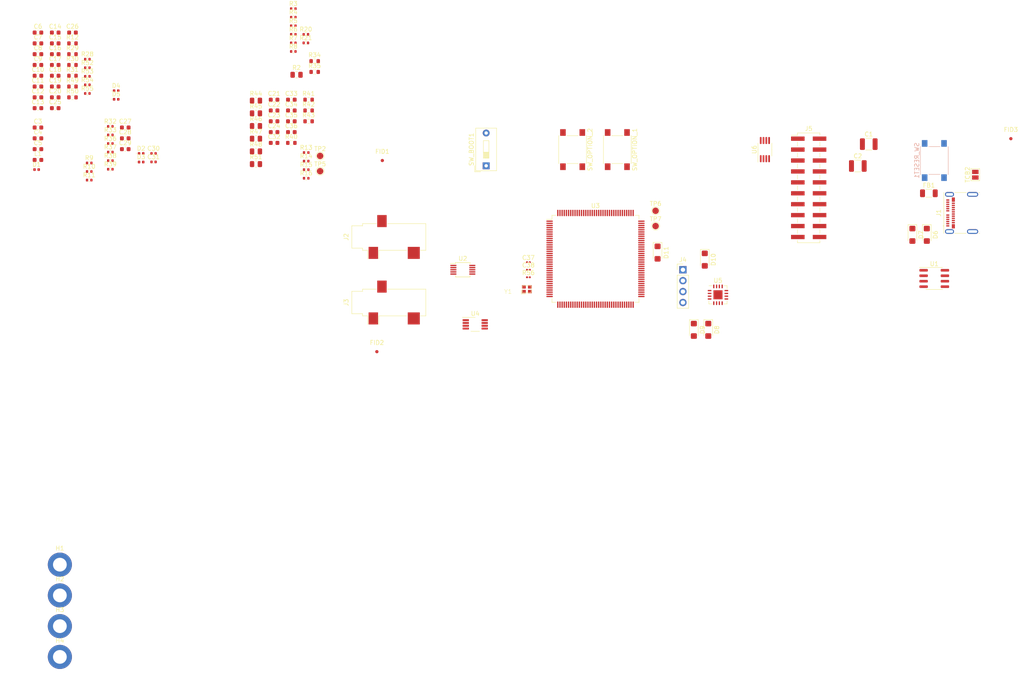
<source format=kicad_pcb>
(kicad_pcb (version 20221018) (generator pcbnew)
  (layers (0 "F.Cu" signal) (1 "In1.Cu" signal) (2 "In2.Cu" signal) (31 "B.Cu" signal) (34 "B.Paste" user) (35 "F.Paste" user) (36 "B.SilkS" user "B.Silkscreen") (37 "F.SilkS" user "F.Silkscreen") (38 "B.Mask" user) (39 "F.Mask" user) (44 "Edge.Cuts" user))
  (net 0 "")
  (net 1 "+5V")
  (net 2 "GND")
  (net 3 "+3.3V")
  (net 4 "+3.3VA")
  (net 5 "GNDA")
  (net 6 "/Analog/GEN_CAP")
  (net 7 "/Analog/GEN_COMP")
  (net 8 "Net-(U3-VCAP_2)")
  (net 9 "Net-(U3-VCAP_1)")
  (net 10 "+VCCIO_FTDI")
  (net 11 "USBP")
  (net 12 "USBM")
  (net 13 "Audio_In_Left_Filtered")
  (net 14 "Audio_In_GND")
  (net 15 "Audio_In_Right_Filtered")
  (net 16 "Audio_Out_Left_Filtered")
  (net 17 "Audio_Out_GND")
  (net 18 "Audio_Out_Right_Filtered")
  (net 19 "/Analog/AUDIO_BYPASS")
  (net 20 "Net-(D1-A)")
  (net 21 "/Controller/MCU_CRYSTAL_3")
  (net 22 "MCU_CRYSTAL_PH0")
  (net 23 "/Peripherals/FTDI_CBUS1")
  (net 24 "/Peripherals/FTDI_LED1")
  (net 25 "/Peripherals/FTDI_CBUS2")
  (net 26 "/Peripherals/FTDI_LED2")
  (net 27 "VBUS")
  (net 30 "/Controller/GPIO_LED_1_JUNCTION")
  (net 36 "/Controller/GPIO_LED_2_JUNCTION")
  (net 40 "/Connectors/USB_CC1")
  (net 41 "Audio_In_Right")
  (net 42 "Audio_In_Left")
  (net 43 "JTAG_NTRST")
  (net 44 "MCU_UART_TX")
  (net 45 "Net-(J5-VCC{slash}NC)")
  (net 46 "/Connectors/USB_CC12")
  (net 47 "JTAG_TDI")
  (net 48 "JTAG_TMS")
  (net 49 "JTAG_TCK")
  (net 51 "JTAG_TDO")
  (net 52 "/Connectors/JTAG_NTRST_INNER")
  (net 55 "GEN_SPI_DATA")
  (net 56 "/Connectors/JTAG_NSRST_INNER")
  (net 57 "/Power Supply/POWER_SET_TERMINAL")
  (net 58 "GEN_SPI_CLK")
  (net 59 "GEN_SPI_CSEL")
  (net 60 "/Controller/MCU_VBAT")
  (net 61 "/Analog/GEN_MCLK")
  (net 62 "/Controller/MCU_BOOT0")
  (net 63 "/Controller/MCU_PDR_ON")
  (net 64 "/Controller/MCU_VDDSDMMC")
  (net 65 "FTDI_UART_TX")
  (net 66 "FTDI_UART_RX")
  (net 67 "FTDI_USBDP")
  (net 68 "FTDI_USBDM")
  (net 69 "Audio_Out_Left")
  (net 70 "Audio_Out_Right")
  (net 71 "/Controller/MCU_VDDUSB")
  (net 72 "/Analog/AUDIO_GND_STARPOINT")
  (net 73 "MCU_UART_RX")
  (net 74 "GEN_REFCLK")
  (net 75 "GPIO_BTN_1")
  (net 76 "GPIO_BTN_2")
  (net 77 "GPIO_LED_2")
  (net 78 "GPIO_LED_1")
  (net 79 "GEN_WAVEFORM")
  (net 80 "MCU_UART_RTS")
  (net 81 "MCU_UART_CTS")
  (net 101 "/Analog/AUDIO_PWR_JUNCTION")
  (net 102 "MCU_CRYSTAL_PH1")
  (net 104 "JTAG_NSRST")
  (net 108 "Audio_Out_Left_MCU")
  (net 109 "Audio_Out_Right_MCU")
  (net 166 "Audio_Shutdown")
  (footprint "Capacitor_SMD:C_0603_1608Metric" (layer "F.Cu") (at 72.64 59.49)
    (fp_text reference "C22" (at 0 -1.43) (layer "F.SilkS"))
    (fp_text value "10u")
    (pad "1" smd roundrect (at -0.775 0) (size 0.9 0.95) (layers "F.Cu" "F.Paste" "F.Mask") (net 4 "+3.3VA"))
    (pad "2" smd roundrect (at 0.775 0) (size 0.9 0.95) (layers "F.Cu" "F.Paste" "F.Mask") (net 5 "GNDA"))
  )
  (footprint "Resistor_SMD:R_0402_1005Metric" (layer "F.Cu") (at 34.59 65.18)
    (fp_text reference "R33" (at 0 -1.17) (layer "F.SilkS"))
    (fp_text value "270R")
    (pad "1" smd roundrect (at -0.51 0) (size 0.54 0.64) (layers "F.Cu" "F.Paste" "F.Mask") (net 24 "/Peripherals/FTDI_LED1"))
    (pad "2" smd roundrect (at 0.51 0) (size 0.54 0.64) (layers "F.Cu" "F.Paste" "F.Mask") (net 10 "+VCCIO_FTDI"))
  )
  (footprint "Resistor_SMD:R_0402_1005Metric" (layer "F.Cu") (at 29.68 75.67)
    (fp_text reference "R11" (at 0 -1.17) (layer "F.SilkS"))
    (fp_text value "680R")
    (pad "1" smd roundrect (at -0.51 0) (size 0.54 0.64) (layers "F.Cu" "F.Paste" "F.Mask") (net 20 "Net-(D1-A)"))
    (pad "2" smd roundrect (at 0.51 0) (size 0.54 0.64) (layers "F.Cu" "F.Paste" "F.Mask") (net 3 "+3.3V"))
  )
  (footprint "Capacitor_SMD:C_0603_1608Metric" (layer "F.Cu") (at 17.77 65.96)
    (fp_text reference "C4" (at 0 -1.43) (layer "F.SilkS"))
    (fp_text value "100n")
    (pad "1" smd roundrect (at -0.775 0) (size 0.9 0.95) (layers "F.Cu" "F.Paste" "F.Mask") (net 4 "+3.3VA"))
    (pad "2" smd roundrect (at 0.775 0) (size 0.9 0.95) (layers "F.Cu" "F.Paste" "F.Mask") (net 5 "GNDA"))
  )
  (footprint "Resistor_SMD:R_0402_1005Metric" (layer "F.Cu") (at 29.68 73.68)
    (fp_text reference "R10" (at 0 -1.17) (layer "F.SilkS"))
    (fp_text value "0R")
    (pad "1" smd roundrect (at -0.51 0) (size 0.54 0.64) (layers "F.Cu" "F.Paste" "F.Mask") (net 2 "GND"))
    (pad "2" smd roundrect (at 0.51 0) (size 0.54 0.64) (layers "F.Cu" "F.Paste" "F.Mask") (net 57 "/Power Supply/POWER_SET_TERMINAL"))
  )
  (footprint "Capacitor_SMD:C_0603_1608Metric" (layer "F.Cu") (at 17.77 43.88)
    (fp_text reference "C7" (at 0 -1.43) (layer "F.SilkS"))
    (fp_text value "100n")
    (pad "1" smd roundrect (at -0.775 0) (size 0.9 0.95) (layers "F.Cu" "F.Paste" "F.Mask") (net 3 "+3.3V"))
    (pad "2" smd roundrect (at 0.775 0) (size 0.9 0.95) (layers "F.Cu" "F.Paste" "F.Mask") (net 2 "GND"))
  )
  (footprint "Capacitor_SMD:C_0402_1005Metric" (layer "F.Cu") (at 44.63 69.47)
    (fp_text reference "C30" (at 0 -1.16) (layer "F.SilkS"))
    (fp_text value "47p")
    (pad "1" smd roundrect (at -0.48 0) (size 0.56 0.62) (layers "F.Cu" "F.Paste" "F.Mask") (net 11 "USBP"))
    (pad "2" smd roundrect (at 0.48 0) (size 0.56 0.62) (layers "F.Cu" "F.Paste" "F.Mask") (net 2 "GND"))
  )
  (footprint "Resistor_SMD:R_0603_1608Metric" (layer "F.Cu") (at 25.79 51.41)
    (fp_text reference "R31" (at 0 -1.43) (layer "F.SilkS"))
    (fp_text value "0R")
    (pad "1" smd roundrect (at -0.825 0) (size 0.8 0.95) (layers "F.Cu" "F.Paste" "F.Mask") (net 3 "+3.3V"))
    (pad "2" smd roundrect (at 0.825 0) (size 0.8 0.95) (layers "F.Cu" "F.Paste" "F.Mask") (net 71 "/Controller/MCU_VDDUSB"))
  )
  (footprint "Package_DFN_QFN:QFN-16-1EP_4x4mm_P0.65mm_EP2.1x2.1mm" (layer "F.Cu") (at 175.785 102.345)
    (fp_text reference "U5" (at 0 -3.32) (layer "F.SilkS"))
    (fp_text value "FT230XQ")
    (pad "1" smd roundrect (at -1.95 -0.975) (size 0.85 0.3) (layers "F.Cu" "F.Paste" "F.Mask") (net 10 "+VCCIO_FTDI"))
    (pad "2" smd roundrect (at -1.95 -0.325) (size 0.85 0.3) (layers "F.Cu" "F.Paste" "F.Mask") (net 66 "FTDI_UART_RX"))
    (pad "3" smd roundrect (at -1.95 0.325) (size 0.85 0.3) (layers "F.Cu" "F.Paste" "F.Mask") (net 2 "GND"))
    (pad "4" smd roundrect (at -1.95 0.975) (size 0.85 0.3) (layers "F.Cu" "F.Paste" "F.Mask"))
    (pad "5" smd roundrect (at -0.975 1.95) (size 0.3 0.85) (layers "F.Cu" "F.Paste" "F.Mask") (net 25 "/Peripherals/FTDI_CBUS2"))
    (pad "6" smd roundrect (at -0.325 1.95) (size 0.3 0.85) (layers "F.Cu" "F.Paste" "F.Mask") (net 67 "FTDI_USBDP"))
    (pad "7" smd roundrect (at 0.325 1.95) (size 0.3 0.85) (layers "F.Cu" "F.Paste" "F.Mask") (net 68 "FTDI_USBDM"))
    (pad "8" smd roundrect (at 0.975 1.95) (size 0.3 0.85) (layers "F.Cu" "F.Paste" "F.Mask") (net 10 "+VCCIO_FTDI"))
    (pad "9" smd roundrect (at 1.95 0.975) (size 0.85 0.3) (layers "F.Cu" "F.Paste" "F.Mask") (net 10 "+VCCIO_FTDI"))
    (pad "10" smd roundrect (at 1.95 0.325) (size 0.85 0.3) (layers "F.Cu" "F.Paste" "F.Mask") (net 1 "+5V"))
    (pad "11" smd roundrect (at 1.95 -0.325) (size 0.85 0.3) (layers "F.Cu" "F.Paste" "F.Mask") (net 23 "/Peripherals/FTDI_CBUS1"))
    (pad "12" smd roundrect (at 1.95 -0.975) (size 0.85 0.3) (layers "F.Cu" "F.Paste" "F.Mask"))
    (pad "13" smd roundrect (at 0.975 -1.95) (size 0.3 0.85) (layers "F.Cu" "F.Paste" "F.Mask") (net 2 "GND"))
    (pad "14" smd roundrect (at 0.325 -1.95) (size 0.3 0.85) (layers "F.Cu" "F.Paste" "F.Mask"))
    (pad "15" smd roundrect (at -0.325 -1.95) (size 0.3 0.85) (layers "F.Cu" "F.Paste" "F.Mask") (net 65 "FTDI_UART_TX"))
    (pad "16" smd roundrect (at -0.975 -1.95) (size 0.3 0.85) (layers "F.Cu" "F.Paste" "F.Mask"))
    (pad "17" smd rect (at 0 0) (size 2.1 2.1) (layers "F.Cu" "F.Mask") (net 2 "GND"))
  )
  (footprint "Resistor_SMD:R_0402_1005Metric" (layer "F.Cu") (at 29.25 53.53)
    (fp_text reference "R54" (at 0 -1.17) (layer "F.SilkS"))
    (fp_text value "680R")
    (pad "1" smd roundrect (at -0.51 0) (size 0.54 0.64) (layers "F.Cu" "F.Paste" "F.Mask") (net 36 "/Controller/GPIO_LED_2_JUNCTION"))
    (pad "2" smd roundrect (at 0.51 0) (size 0.54 0.64) (layers "F.Cu" "F.Paste" "F.Mask") (net 77 "GPIO_LED_2"))
  )
  (footprint "Resistor_SMD:R_0402_1005Metric" (layer "F.Cu") (at 29.25 55.52)
    (fp_text reference "R55" (at 0 -1.17) (layer "F.SilkS"))
    (fp_text value "680R")
    (pad "1" smd roundrect (at -0.51 0) (size 0.54 0.64) (layers "F.Cu" "F.Paste" "F.Mask") (net 30 "/Controller/GPIO_LED_1_JUNCTION"))
    (pad "2" smd roundrect (at 0.51 0) (size 0.54 0.64) (layers "F.Cu" "F.Paste" "F.Mask") (net 78 "GPIO_LED_1"))
  )
  (footprint "Connector_USB:USB_C_Receptacle_Molex_105450-0101" (layer "F.Cu") (at 232.395 83.31 90)
    (fp_text reference "J1" (at 0 -5.315 90 unlocked) (layer "F.SilkS"))
    (fp_text value "USB_C_Receptacle")
    (pad "A1" smd rect (at -3 -3.215 90) (size 0.3 0.7) (layers "F.Cu" "F.Paste" "F.Mask") (net 2 "GND"))
    (pad "A2" smd rect (at -2.5 -3.215 90) (size 0.3 0.7) (layers "F.Cu" "F.Paste" "F.Mask"))
    (pad "A3" smd rect (at -2 -3.215 90) (size 0.3 0.7) (layers "F.Cu" "F.Paste" "F.Mask"))
    (pad "A4" smd rect (at -1.5 -3.215 90) (size 0.3 0.7) (layers "F.Cu" "F.Paste" "F.Mask") (net 27 "VBUS"))
    (pad "A5" smd rect (at -1 -3.215 90) (size 0.3 0.7) (layers "F.Cu" "F.Paste" "F.Mask") (net 40 "/Connectors/USB_CC1"))
    (pad "A6" smd rect (at -0.5 -3.215 90) (size 0.3 0.7) (layers "F.Cu" "F.Paste" "F.Mask") (net 11 "USBP"))
    (pad "A7" smd rect (at 0.5 -3.215 90) (size 0.3 0.7) (layers "F.Cu" "F.Paste" "F.Mask") (net 12 "USBM"))
    (pad "A8" smd rect (at 1 -3.215 90) (size 0.3 0.7) (layers "F.Cu" "F.Paste" "F.Mask"))
    (pad "A9" smd rect (at 1.5 -3.215 90) (size 0.3 0.7) (layers "F.Cu" "F.Paste" "F.Mask") (net 27 "VBUS"))
    (pad "A10" smd rect (at 2 -3.215 90) (size 0.3 0.7) (layers "F.Cu" "F.Paste" "F.Mask"))
    (pad "A11" smd rect (at 2.5 -3.215 90) (size 0.3 0.7) (layers "F.Cu" "F.Paste" "F.Mask"))
    (pad "A12" smd rect (at 3 -3.215 90) (size 0.3 0.7) (layers "F.Cu" "F.Paste" "F.Mask") (net 2 "GND"))
    (pad "B1" smd rect (at 3.1 -1.915 90) (size 1 0.7) (layers "F.Cu" "F.Paste" "F.Mask") (net 2 "GND"))
    (pad "B2" smd rect (at 2.25 -1.915 90) (size 0.3 0.7) (layers "F.Cu" "F.Paste" "F.Mask"))
    (pad "B3" smd rect (at 1.75 -1.915 90) (size 0.3 0.7) (layers "F.Cu" "F.Paste" "F.Mask"))
    (pad "B4" smd rect (at 1.25 -1.915 90) (size 0.3 0.7) (layers "F.Cu" "F.Paste" "F.Mask") (net 27 "VBUS"))
    (pad "B5" smd rect (at 0.75 -1.915 90) (size 0.3 0.7) (layers "F.Cu" "F.Paste" "F.Mask") (net 46 "/Connectors/USB_CC12"))
    (pad "B6" smd rect (at 0.25 -1.915 90) (size 0.3 0.7) (layers "F.Cu" "F.Paste" "F.Mask") (net 11 "USBP"))
    (pad "B7" smd rect (at -0.25 -1.915 90) (size 0.3 0.7) (layers "F.Cu" "F.Paste" "F.Mask") (net 12 "USBM"))
    (pad "B8" smd rect (at -0.75 -1.915 90) (size 0.3 0.7) (layers "F.Cu" "F.Paste" "F.Mask"))
    (pad "B9" smd rect (at -1.25 -1.915 90) (size 0.3 0.7) (layers "F.Cu" "F.Paste" "F.Mask") (net 27 "VBUS"))
    (pad "B10" smd rect (at -1.75 -1.915 90) (size 0.3 0.7) (layers "F.Cu" "F.Paste" "F.Mask"))
    (pad "B11" smd rect (at -2.25 -1.915 90) (size 0.3 0.7) (layers "F.Cu" "F.Paste" "F.Mask"))
    (pad "B12" smd rect (at -3.1 -1.915 90) (size 1 0.7) (layers "F.Cu" "F.Paste" "F.Mask") (net 2 "GND"))
    (pad "S1" thru_hole oval (at -4.32 -2.805 90) (size 1.1 2.1) (drill oval 0.6 1.6) (layers "*.Cu" "*.Mask") (net 40 "/Connectors/USB_CC1"))
    (pad "S1" thru_hole oval (at -4.32 2.555 90) (size 1.1 2.6) (drill oval 0.6 2.1) (layers "*.Cu" "*.Mask") (net 40 "/Connectors/USB_CC1"))
    (pad "S1" thru_hole oval (at 4.32 -2.805 90) (size 1.1 2.1) (drill oval 0.6 1.6) (layers "*.Cu" "*.Mask") (net 40 "/Connectors/USB_CC1"))
    (pad "S1" thru_hole oval (at 4.32 2.555 90) (size 1.1 2.6) (drill oval 0.6 2.1) (layers "*.Cu" "*.Mask") (net 40 "/Connectors/USB_CC1"))
  )
  (footprint "Button_Switch_THT:SW_DIP_SPSTx01_Slide_9.78x4.72mm_W7.62mm_P2.54mm" (layer "F.Cu") (at 121.92 72.3475 90)
    (fp_text reference "SW_BOOT1" (at 3.81 -3.42 90) (layer "F.SilkS"))
    (fp_text value "SW_DIP_x01")
    (pad "1" thru_hole rect (at 0 0 90) (size 1.6 1.6) (drill 0.8) (layers "*.Cu" "*.Mask") (net 2 "GND"))
    (pad "2" thru_hole oval (at 7.62 0 90) (size 1.6 1.6) (drill 0.8) (layers "*.Cu" "*.Mask") (net 62 "/Controller/MCU_BOOT0"))
  )
  (footprint "Resistor_SMD:R_0402_1005Metric" (layer "F.Cu") (at 34.59 71.15)
    (fp_text reference "R38" (at 0 -1.17) (layer "F.SilkS"))
    (fp_text value "27R")
    (pad "1" smd roundrect (at -0.51 0) (size 0.54 0.64) (layers "F.Cu" "F.Paste" "F.Mask") (net 67 "FTDI_USBDP"))
    (pad "2" smd roundrect (at 0.51 0) (size 0.54 0.64) (layers "F.Cu" "F.Paste" "F.Mask") (net 11 "USBP"))
  )
  (footprint "Capacitor_SMD:C_0603_1608Metric" (layer "F.Cu") (at 17.77 41.37)
    (fp_text reference "C6" (at 0 -1.43) (layer "F.SilkS"))
    (fp_text value "10u")
    (pad "1" smd roundrect (at -0.775 0) (size 0.9 0.95) (layers "F.Cu" "F.Paste" "F.Mask") (net 3 "+3.3V"))
    (pad "2" smd roundrect (at 0.775 0) (size 0.9 0.95) (layers "F.Cu" "F.Paste" "F.Mask") (net 2 "GND"))
  )
  (footprint "Resistor_SMD:R_0402_1005Metric" (layer "F.Cu") (at 77.11 37.8)
    (fp_text reference "R4" (at 0 -1.17) (layer "F.SilkS"))
    (fp_text value "4k7")
    (pad "1" smd roundrect (at -0.51 0) (size 0.54 0.64) (layers "F.Cu" "F.Paste" "F.Mask") (net 56 "/Connectors/JTAG_NSRST_INNER"))
    (pad "2" smd roundrect (at 0.51 0) (size 0.54 0.64) (layers "F.Cu" "F.Paste" "F.Mask") (net 3 "+3.3V"))
  )
  (footprint "Capacitor_SMD:C_0201_0603Metric" (layer "F.Cu") (at 131.735 96.52)
    (fp_text reference "C38" (at 0 -1.05) (layer "F.SilkS"))
    (fp_text value "C")
    (pad "1" smd roundrect (at -0.32 0) (size 0.46 0.4) (layers "F.Cu" "F.Mask") (net 22 "MCU_CRYSTAL_PH0"))
    (pad "2" smd roundrect (at 0.32 0) (size 0.46 0.4) (layers "F.Cu" "F.Mask") (net 2 "GND"))
  )
  (footprint "Capacitor_SMD:C_0603_1608Metric" (layer "F.Cu") (at 21.78 43.88)
    (fp_text reference "C15" (at 0 -1.43) (layer "F.SilkS"))
    (fp_text value "100n")
    (pad "1" smd roundrect (at -0.775 0) (size 0.9 0.95) (layers "F.Cu" "F.Paste" "F.Mask") (net 3 "+3.3V"))
    (pad "2" smd roundrect (at 0.775 0) (size 0.9 0.95) (layers "F.Cu" "F.Paste" "F.Mask") (net 2 "GND"))
  )
  (footprint "Resistor_SMD:R_0402_1005Metric" (layer "F.Cu") (at 34.59 63.19)
    (fp_text reference "R32" (at 0 -1.17) (layer "F.SilkS"))
    (fp_text value "270R")
    (pad "1" smd roundrect (at -0.51 0) (size 0.54 0.64) (layers "F.Cu" "F.Paste" "F.Mask") (net 26 "/Peripherals/FTDI_LED2"))
    (pad "2" smd roundrect (at 0.51 0) (size 0.54 0.64) (layers "F.Cu" "F.Paste" "F.Mask") (net 10 "+VCCIO_FTDI"))
  )
  (footprint "Capacitor_SMD:C_0603_1608Metric" (layer "F.Cu") (at 76.65 59.49)
    (fp_text reference "C34" (at 0 -1.43) (layer "F.SilkS"))
    (fp_text value "500n")
    (pad "1" smd roundrect (at -0.775 0) (size 0.9 0.95) (layers "F.Cu" "F.Paste" "F.Mask") (net 16 "Audio_Out_Left_Filtered"))
    (pad "2" smd roundrect (at 0.775 0) (size 0.9 0.95) (layers "F.Cu" "F.Paste" "F.Mask") (net 17 "Audio_Out_GND"))
  )
  (footprint "Fiducial:Fiducial_0.75mm_Mask2.25mm" (layer "F.Cu") (at 97.79 71.12)
    (fp_text reference "FID1" (at 0 -2.0955) (layer "F.SilkS"))
    (fp_text value "Fiducial")
    (pad "" smd circle (at 0 0) (size 0.75 0.75) (layers "F.Cu" "F.Mask") (clearance 0.75))
  )
  (footprint "LED_SMD:LED_0402_1005Metric" (layer "F.Cu") (at 41.745 71.47)
    (fp_text reference "D3" (at 0 -1.17) (layer "F.SilkS"))
    (fp_text value "SML-LX0402SOC-TR")
    (pad "1" smd roundrect (at -0.485 0) (size 0.59 0.64) (layers "F.Cu" "F.Paste" "F.Mask") (net 25 "/Peripherals/FTDI_CBUS2"))
    (pad "2" smd roundrect (at 0.485 0) (size 0.59 0.64) (layers "F.Cu" "F.Paste" "F.Mask") (net 26 "/Peripherals/FTDI_LED2"))
  )
  (footprint "Resistor_SMD:R_0603_1608Metric" (layer "F.Cu") (at 82.07 48.01)
    (fp_text reference "R34" (at 0 -1.43) (layer "F.SilkS"))
    (fp_text value "5k1")
    (pad "1" smd roundrect (at -0.825 0) (size 0.8 0.95) (layers "F.Cu" "F.Paste" "F.Mask") (net 46 "/Connectors/USB_CC12"))
    (pad "2" smd roundrect (at 0.825 0) (size 0.8 0.95) (layers "F.Cu" "F.Paste" "F.Mask") (net 2 "GND"))
  )
  (footprint "LED_SMD:LED_0402_1005Metric" (layer "F.Cu") (at 35.945 56.88)
    (fp_text reference "D5" (at 0 -1.17) (layer "F.SilkS"))
    (fp_text value "SML-LX0402USBC-TR")
    (pad "1" smd roundrect (at -0.485 0) (size 0.59 0.64) (layers "F.Cu" "F.Paste" "F.Mask") (net 2 "GND"))
    (pad "2" smd roundrect (at 0.485 0) (size 0.59 0.64) (layers "F.Cu" "F.Paste" "F.Mask") (net 36 "/Controller/GPIO_LED_2_JUNCTION"))
  )
  (footprint "MountingHole:MountingHole_3.2mm_M3_DIN965_Pad" (layer "F.Cu") (at 22.86 186.55)
    (fp_text reference "H4" (at 0 -3.8) (layer "F.SilkS"))
    (fp_text value "MountingHole_Pad")
    (pad "1" thru_hole circle (at 0 0) (size 5.6 5.6) (drill 3.2) (layers "*.Cu" "*.Mask") (net 2 "GND"))
  )
  (footprint "Capacitor_SMD:C_0603_1608Metric" (layer "F.Cu") (at 21.78 58.94)
    (fp_text reference "C25" (at 0 -1.43) (layer "F.SilkS"))
    (fp_text value "10u")
    (pad "1" smd roundrect (at -0.775 0) (size 0.9 0.95) (layers "F.Cu" "F.Paste" "F.Mask") (net 8 "Net-(U3-VCAP_2)"))
    (pad "2" smd roundrect (at 0.775 0) (size 0.9 0.95) (layers "F.Cu" "F.Paste" "F.Mask") (net 2 "GND"))
  )
  (footprint "Button_Switch_SMD:SW_SPST_PTS645" (layer "F.Cu") (at 142.01 68.58 -90)
    (fp_text reference "SW_OPTION_2" (at 0 -4.05 90) (layer "F.SilkS"))
    (fp_text value "PTS645SM43SMTR92 LFS")
    (pad "1" smd rect (at -3.98 -2.25 270) (size 1.55 1.3) (layers "F.Cu" "F.Paste" "F.Mask") (net 3 "+3.3V"))
    (pad "1" smd rect (at 3.98 -2.25 270) (size 1.55 1.3) (layers "F.Cu" "F.Paste" "F.Mask") (net 3 "+3.3V"))
    (pad "2" smd rect (at -3.98 2.25 270) (size 1.55 1.3) (layers "F.Cu" "F.Paste" "F.Mask") (net 76 "GPIO_BTN_2"))
    (pad "2" smd rect (at 3.98 2.25 270) (size 1.55 1.3) (layers "F.Cu" "F.Paste" "F.Mask") (net 76 "GPIO_BTN_2"))
  )
  (footprint "Fiducial:Fiducial_0.75mm_Mask2.25mm" (layer "F.Cu") (at 96.52 115.57)
    (fp_text reference "FID2" (at 0 -2.0955) (layer "F.SilkS"))
    (fp_text value "Fiducial")
    (pad "" smd circle (at 0 0) (size 0.75 0.75) (layers "F.Cu" "F.Mask") (clearance 0.75))
  )
  (footprint "Resistor_SMD:R_0603_1608Metric" (layer "F.Cu") (at 25.79 43.88)
    (fp_text reference "R12" (at 0 -1.43) (layer "F.SilkS"))
    (fp_text value "0R")
    (pad "1" smd roundrect (at -0.825 0) (size 0.8 0.95) (layers "F.Cu" "F.Paste" "F.Mask") (net 3 "+3.3V"))
    (pad "2" smd roundrect (at 0.825 0) (size 0.8 0.95) (layers "F.Cu" "F.Paste" "F.Mask") (net 60 "/Controller/MCU_VBAT"))
  )
  (footprint "TestPoint:TestPoint_Pad_D1.5mm" (layer "F.Cu") (at 161.29 86.36)
    (fp_text reference "TP7" (at 0 -1.648) (layer "F.SilkS"))
    (fp_text value "RTS_ACCESS_PT")
    (pad "1" smd circle (at 0 0) (size 1.5 1.5) (layers "F.Cu" "F.Mask") (net 80 "MCU_UART_RTS"))
  )
  (footprint "LED_SMD:LED_0402_1005Metric" (layer "F.Cu") (at 35.945 54.89)
    (fp_text reference "D4" (at 0 -1.17) (layer "F.SilkS"))
    (fp_text value "SML-LX0402USBC-TR")
    (pad "1" smd roundrect (at -0.485 0) (size 0.59 0.64) (layers "F.Cu" "F.Paste" "F.Mask") (net 2 "GND"))
    (pad "2" smd roundrect (at 0.485 0) (size 0.59 0.64) (layers "F.Cu" "F.Paste" "F.Mask") (net 30 "/Controller/GPIO_LED_1_JUNCTION"))
  )
  (footprint "Capacitor_SMD:C_0603_1608Metric" (layer "F.Cu") (at 17.77 51.41)
    (fp_text reference "C10" (at 0 -1.43) (layer "F.SilkS"))
    (fp_text value "100n")
    (pad "1" smd roundrect (at -0.775 0) (size 0.9 0.95) (layers "F.Cu" "F.Paste" "F.Mask") (net 3 "+3.3V"))
    (pad "2" smd roundrect (at 0.775 0) (size 0.9 0.95) (layers "F.Cu" "F.Paste" "F.Mask") (net 2 "GND"))
  )
  (footprint "Diode_SMD:D_SMF" (layer "F.Cu") (at 161.75 92.53 -90)
    (fp_text reference "D11" (at 0 -2 90) (layer "F.SilkS"))
    (fp_text value "SMF5V0A")
    (pad "1" smd roundrect (at -1.45 0 270) (size 1.3 1.4) (layers "F.Cu" "F.Paste" "F.Mask") (roundrect_rratio 0.1923076923) (net 80 "MCU_UART_RTS"))
    (pad "2" smd roundrect (at 1.45 0 270) (size 1.3 1.4) (layers "F.Cu" "F.Paste" "F.Mask") (roundrect_rratio 0.1923076923) (net 2 "GND"))
  )
  (footprint "Resistor_SMD:R_0805_2012Metric" (layer "F.Cu") (at 68.43 60.15)
    (fp_text reference "R45" (at 0 -1.65) (layer "F.SilkS"))
    (fp_text value "0R")
    (pad "1" smd roundrect (at -0.9125 0) (size 1.025 1.4) (layers "F.Cu" "F.Paste" "F.Mask") (roundrect_rratio 0.243902) (net 14 "Audio_In_GND"))
    (pad "2" smd roundrect (at 0.9125 0) (size 1.025 1.4) (layers "F.Cu" "F.Paste" "F.Mask") (roundrect_rratio 0.243902) (net 72 "/Analog/AUDIO_GND_STARPOINT"))
  )
  (footprint "Capacitor_SMD:C_0603_1608Metric" (layer "F.Cu") (at 38.05 65.96)
    (fp_text reference "C28" (at 0 -1.43) (layer "F.SilkS"))
    (fp_text value "100n")
    (pad "1" smd roundrect (at -0.775 0) (size 0.9 0.95) (layers "F.Cu" "F.Paste" "F.Mask") (net 1 "+5V"))
    (pad "2" smd roundrect (at 0.775 0) (size 0.9 0.95) (layers "F.Cu" "F.Paste" "F.Mask") (net 2 "GND"))
  )
  (footprint "LED_SMD:LED_0402_1005Metric" (layer "F.Cu") (at 17.455 73.23)
    (fp_text reference "D1" (at 0 -1.17) (layer "F.SilkS"))
    (fp_text value "SML-LX0402UPGC-TR")
    (pad "1" smd roundrect (at -0.485 0) (size 0.59 0.64) (layers "F.Cu" "F.Paste" "F.Mask") (net 2 "GND"))
    (pad "2" smd roundrect (at 0.485 0) (size 0.59 0.64) (layers "F.Cu" "F.Paste" "F.Mask") (net 20 "Net-(D1-A)"))
  )
  (footprint "MountingHole:MountingHole_3.2mm_M3_DIN965_Pad" (layer "F.Cu") (at 22.86 179.4)
    (fp_text reference "H3" (at 0 -3.8) (layer "F.SilkS"))
    (fp_text value "MountingHole_Pad")
    (pad "1" thru_hole circle (at 0 0) (size 5.6 5.6) (drill 3.2) (layers "*.Cu" "*.Mask") (net 2 "GND"))
  )
  (footprint "Resistor_SMD:R_0402_1005Metric" (layer "F.Cu") (at 34.59 73.14)
    (fp_text reference "R39" (at 0 -1.17) (layer "F.SilkS"))
    (fp_text value "27R")
    (pad "1" smd roundrect (at -0.51 0) (size 0.54 0.64) (layers "F.Cu" "F.Paste" "F.Mask") (net 68 "FTDI_USBDM"))
    (pad "2" smd roundrect (at 0.51 0) (size 0.54 0.64) (layers "F.Cu" "F.Paste" "F.Mask") (net 12 "USBM"))
  )
  (footprint "TestPoint:TestPoint_Pad_D1.5mm" (layer "F.Cu") (at 83.33 73.6)
    (fp_text reference "TP5" (at 0 -1.648) (layer "F.SilkS"))
    (fp_text value "TestPoint")
    (pad "1" smd circle (at 0 0) (size 1.5 1.5) (layers "F.Cu" "F.Mask") (net 61 "/Analog/GEN_MCLK"))
  )
  (footprint "Capacitor_SMD:C_0603_1608Metric" (layer "F.Cu") (at 72.64 56.98)
    (fp_text reference "C21" (at 0 -1.43) (layer "F.SilkS"))
    (fp_text value "100n")
    (pad "1" smd roundrect (at -0.775 0) (size 0.9 0.95) (layers "F.Cu" "F.Paste" "F.Mask") (net 2 "GND"))
    (pad "2" smd roundrect (at 0.775 0) (size 0.9 0.95) (layers "F.Cu" "F.Paste" "F.Mask") (net 6 "/Analog/GEN_CAP"))
  )
  (footprint "TestPoint:TestPoint_Pad_D1.5mm" (layer "F.Cu") (at 83.33 70.05)
    (fp_text reference "TP2" (at 0 -1.648) (layer "F.SilkS"))
    (fp_text value "TestPoint")
    (pad "1" smd circle (at 0 0) (size 1.5 1.5) (layers "F.Cu" "F.Mask") (net 79 "GEN_WAVEFORM"))
  )
  (footprint "Package_SO:SOIC-8_3.9x4.9mm_P1.27mm" (layer "F.Cu") (at 226.045 98.55)
    (fp_text reference "U1" (at 0 -3.4) (layer "F.SilkS"))
    (fp_text value "MAX604CSA")
    (pad "1" smd roundrect (at -2.475 -1.905) (size 1.95 0.6) (layers "F.Cu" "F.Paste" "F.Mask") (net 1 "+5V"))
    (pad "2" smd roundrect (at -2.475 -0.635) (size 1.95 0.6) (layers "F.Cu" "F.Paste" "F.Mask") (net 2 "GND"))
    (pad "3" smd roundrect (at -2.475 0.635) (size 1.95 0.6) (layers "F.Cu" "F.Paste" "F.Mask") (net 2 "GND"))
    (pad "4" smd roundrect (at -2.475 1.905) (size 1.95 0.6) (layers "F.Cu" "F.Paste" "F.Mask") (net 1 "+5V"))
    (pad "5" smd roundrect (at 2.475 1.905) (size 1.95 0.6) (layers "F.Cu" "F.Paste" "F.Mask") (net 57 "/Power Supply/POWER_SET_TERMINAL"))
    (pad "6" smd roundrect (at 2.475 0.635) (size 1.95 0.6) (layers "F.Cu" "F.Paste" "F.Mask") (net 2 "GND"))
    (pad "7" smd roundrect (at 2.475 -0.635) (size 1.95 0.6) (layers "F.Cu" "F.Paste" "F.Mask") (net 2 "GND"))
    (pad "8" smd roundrect (at 2.475 -1.905) (size 1.95 0.6) (layers "F.Cu" "F.Paste" "F.Mask") (net 3 "+3.3V"))
  )
  (footprint "Resistor_SMD:R_0402_1005Metric" (layer "F.Cu") (at 29.25 51.54)
    (fp_text reference "R53" (at 0 -1.17) (layer "F.SilkS"))
    (fp_text value "4k7")
    (pad "1" smd roundrect (at -0.51 0) (size 0.54 0.64) (layers "F.Cu" "F.Paste" "F.Mask") (net 2 "GND"))
    (pad "2" smd roundrect (at 0.51 0) (size 0.54 0.64) (layers "F.Cu" "F.Paste" "F.Mask") (net 76 "GPIO_BTN_2"))
  )
  (footprint "Resistor_SMD:R_0402_1005Metric" (layer "F.Cu") (at 29.25 49.55)
    (fp_text reference "R52" (at 0 -1.17) (layer "F.SilkS"))
    (fp_text value "4k7")
    (pad "1" smd roundrect (at -0.51 0) (size 0.54 0.64) (layers "F.Cu" "F.Paste" "F.Mask") (net 2 "GND"))
    (pad "2" smd roundrect (at 0.51 0) (size 0.54 0.64) (layers "F.Cu" "F.Paste" "F.Mask") (net 75 "GPIO_BTN_1"))
  )
  (footprint "Connector_PinHeader_2.54mm:PinHeader_1x04_P2.54mm_Vertical" (layer "F.Cu") (at 167.64 96.52)
    (fp_text reference "J4" (at 0 -2.33) (layer "F.SilkS"))
    (fp_text value "UART_CONNECTOR")
    (pad "1" thru_hole rect (at 0 0) (size 1.7 1.7) (drill 1) (layers "*.Cu" "*.Mask") (net 3 "+3.3V"))
    (pad "2" thru_hole oval (at 0 2.54) (size 1.7 1.7) (drill 1) (layers "*.Cu" "*.Mask") (net 2 "GND"))
    (pad "3" thru_hole oval (at 0 5.08) (size 1.7 1.7) (drill 1) (layers "*.Cu" "*.Mask") (net 73 "MCU_UART_RX"))
    (pad "4" thru_hole oval (at 0 7.62) (size 1.7 1.7) (drill 1) (layers "*.Cu" "*.Mask") (net 44 "MCU_UART_TX"))
  )
  (footprint "MountingHole:MountingHole_3.2mm_M3_DIN965_Pad" (layer "F.Cu") (at 22.86 172.25)
    (fp_text reference "H2" (at 0 -3.8) (layer "F.SilkS"))
    (fp_text value "MountingHole_Pad")
    (pad "1" thru_hole circle (at 0 0) (size 5.6 5.6) (drill 3.2) (layers "*.Cu" "*.Mask") (net 2 "GND"))
  )
  (footprint "Resistor_SMD:R_0603_1608Metric" (layer "F.Cu") (at 76.65 67.02)
    (fp_text reference "R40" (at 0 -1.43) (layer "F.SilkS"))
    (fp_text value "10R")
    (pad "1" smd roundrect (at -0.825 0) (size 0.8 0.95) (layers "F.Cu" "F.Paste" "F.Mask") (net 13 "Audio_In_Left_Filtered"))
    (pad "2" smd roundrect (at 0.825 0) (size 0.8 0.95) (layers "F.Cu" "F.Paste" "F.Mask") (net 42 "Audio_In_Left"))
  )
  (footprint "Capacitor_SMD:C_0603_1608Metric" (layer "F.Cu") (at 76.65 64.51)
    (fp_text reference "C36" (at 0 -1.43) (layer "F.SilkS"))
    (fp_text value "10u")
    (pad "1" smd roundrect (at -0.775 0) (size 0.9 0.95) (layers "F.Cu" "F.Paste" "F.Mask") (net 19 "/Analog/AUDIO_BYPASS"))
    (pad "2" smd roundrect (at 0.775 0) (size 0.9 0.95) (layers "F.Cu" "F.Paste" "F.Mask") (net 5 "GNDA"))
  )
  (footprint "Capacitor_SMD:C_1206_3216Metric" (layer "F.Cu") (at 224.79 78.74)
    (fp_text reference "FB1" (at 0 -1.85) (layer "F.SilkS"))
    (fp_text value "100R")
    (pad "1" smd roundrect (at -1.475 0) (size 1.15 1.8) (layers "F.Cu" "F.Paste" "F.Mask") (roundrect_rratio 0.217391) (net 27 "VBUS"))
    (pad "2" smd roundrect (at 1.475 0) (size 1.15 1.8) (layers "F.Cu" "F.Paste" "F.Mask") (roundrect_rratio 0.217391) (net 1 "+5V"))
  )
  (footprint "Capacitor_SMD:C_0603_1608Metric" (layer "F.Cu") (at 21.78 48.9)
    (fp_text reference "C17" (at 0 -1.43) (layer "F.SilkS"))
    (fp_text value "100n")
    (pad "1" smd roundrect (at -0.775 0) (size 0.9 0.95) (layers "F.Cu" "F.Paste" "F.Mask") (net 3 "+3.3V"))
    (pad "2" smd roundrect (at 0.775 0) (size 0.9 0.95) (layers "F.Cu" "F.Paste" "F.Mask") (net 2 "GND"))
  )
  (footprint "TestPoint:TestPoint_Pad_D1.5mm" (layer "F.Cu") (at 161.29 82.81)
    (fp_text reference "TP6" (at 0 -1.648) (layer "F.SilkS"))
    (fp_text value "CTS_ACCESS_PT")
    (pad "1" smd circle (at 0 0) (size 1.5 1.5) (layers "F.Cu" "F.Mask") (net 81 "MCU_UART_CTS"))
  )
  (footprint "Resistor_SMD:R_0402_1005Metric" (layer "F.Cu") (at 77.11 41.78)
    (fp_text reference "R6" (at 0 -1.17) (layer "F.SilkS"))
    (fp_text value "4k7")
    (pad "1" smd roundrect (at -0.51 0) (size 0.54 0.64) (layers "F.Cu" "F.Paste" "F.Mask") (net 48 "JTAG_TMS"))
    (pad "2" smd roundrect (at 0.51 0) (size 0.54 0.64) (layers "F.Cu" "F.Paste" "F.Mask") (net 3 "+3.3V"))
  )
  (footprint "Capacitor_SMD:C_0603_1608Metric" (layer "F.Cu") (at 21.78 41.37)
    (fp_text reference "C14" (at 0 -1.43) (layer "F.SilkS"))
    (fp_text value "100n")
    (pad "1" smd roundrect (at -0.775 0) (size 0.9 0.95) (layers "F.Cu" "F.Paste" "F.Mask") (net 3 "+3.3V"))
    (pad "2" smd roundrect (at 0.775 0) (size 0.9 0.95) (layers "F.Cu" "F.Paste" "F.Mask") (net 2 "GND"))
  )
  (footprint "Resistor_SMD:R_0402_1005Metric" (layer "F.Cu") (at 34.59 69.16)
    (fp_text reference "R37" (at 0 -1.17) (layer "F.SilkS"))
    (fp_text value "10k")
    (pad "1" smd roundrect (at -0.51 0) (size 0.54 0.64) (layers "F.Cu" "F.Paste" "F.Mask") (net 66 "FTDI_UART_RX"))
    (pad "2" smd roundrect (at 0.51 0) (size 0.54 0.64) (layers "F.Cu" "F.Paste" "F.Mask") (net 10 "+VCCIO_FTDI"))
  )
  (footprint "Capacitor_SMD:C_0603_1608Metric" (layer "F.Cu") (at 17.77 58.94)
    (fp_text reference "C13" (at 0 -1.43) (layer "F.SilkS"))
    (fp_text value "100n")
    (pad "1" smd roundrect (at -0.775 0) (size 0.9 0.95) (layers "F.Cu" "F.Paste" "F.Mask") (net 3 "+3.3V"))
    (pad "2" smd roundrect (at 0.775 0) (size 0.9 0.95) (layers "F.Cu" "F.Paste" "F.Mask") (net 2 "GND"))
  )
  (footprint "Capacitor_SMD:C_0603_1608Metric" (layer "F.Cu") (at 17.77 48.9)
    (fp_text reference "C9" (at 0 -1.43) (layer "F.SilkS"))
    (fp_text value "100n")
    (pad "1" smd roundrect (at -0.775 0) (size 0.9 0.95) (layers "F.Cu" "F.Paste" "F.Mask") (net 3 "+3.3V"))
    (pad "2" smd roundrect (at 0.775 0) (size 0.9 0.95) (layers "F.Cu" "F.Paste" "F.Mask") (net 2 "GND"))
  )
  (footprint "Resistor_SMD:R_0603_1608Metric" (layer "F.Cu") (at 82.07 50.52)
    (fp_text reference "R35" (at 0 -1.43) (layer "F.SilkS"))
    (fp_text value "5k1")
    (pad "1" smd roundrect (at -0.825 0) (size 0.8 0.95) (layers "F.Cu" "F.Paste" "F.Mask") (net 40 "/Connectors/USB_CC1"))
    (pad "2" smd roundrect (at 0.825 0) (size 0.8 0.95) (layers "F.Cu" "F.Paste" "F.Mask") (net 2 "GND"))
  )
  (footprint "Resistor_SMD:R_0805_2012Metric" (layer "F.Cu") (at 68.43 71.95)
    (fp_text reference "R51" (at 0 -1.65) (layer "F.SilkS"))
    (fp_text value "0R")
    (pad "1" smd roundrect (at -0.9125 0) (size 1.025 1.4) (layers "F.Cu" "F.Paste" "F.Mask") (roundrect_rratio 0.243902) (net 74 "GEN_REFCLK"))
    (pad "2" smd roundrect (at 0.9125 0) (size 1.025 1.4) (layers "F.Cu" "F.Paste" "F.Mask") (roundrect_rratio 0.243902) (net 61 "/Analog/GEN_MCLK"))
  )
  (footprint "Capacitor_SMD:C_0603_1608Metric" (layer "F.Cu") (at 25.79 41.37)
    (fp_text reference "C26" (at 0 -1.43) (layer "F.SilkS"))
    (fp_text value "10u")
    (pad "1" smd roundrect (at -0.775 0) (size 0.9 0.95) (layers "F.Cu" "F.Paste" "F.Mask") (net 9 "Net-(U3-VCAP_1)"))
    (pad "2" smd roundrect (at 0.775 0) (size 0.9 0.95) (layers "F.Cu" "F.Paste" "F.Mask") (net 2 "GND"))
  )
  (footprint "Capacitor_SMD:C_0402_1005Metric" (layer "F.Cu") (at 44.63 71.44)
    (fp_text reference "C31" (at 0 -1.16) (layer "F.SilkS"))
    (fp_text value "47p")
    (pad "1" smd roundrect (at -0.48 0) (size 0.56 0.62) (layers "F.Cu" "F.Paste" "F.Mask") (net 12 "USBM"))
    (pad "2" smd roundrect (at 0.48 0) (size 0.56 0.62) (layers "F.Cu" "F.Paste" "F.Mask") (net 2 "GND"))
  )
  (footprint "Capacitor_SMD:C_0603_1608Metric" (layer "F.Cu") (at 17.77 68.47)
    (fp_text reference "C5" (at 0 -1.43) (layer "F.SilkS"))
    (fp_text value "100n")
    (pad "1" smd roundrect (at -0.775 0) (size 0.9 0.95) (layers "F.Cu" "F.Paste" "F.Mask") (net 3 "+3.3V"))
    (pad "2" smd roundrect (at 0.775 0) (size 0.9 0.95) (layers "F.Cu" "F.Paste" "F.Mask") (net 2 "GND"))
  )
  (footprint "Capacitor_SMD:C_0603_1608Metric" (layer "F.Cu") (at 17.77 53.92)
    (fp_text reference "C11" (at 0 -1.43) (layer "F.SilkS"))
    (fp_text value "100n")
    (pad "1" smd roundrect (at -0.775 0) (size 0.9 0.95) (layers "F.Cu" "F.Paste" "F.Mask") (net 3 "+3.3V"))
    (pad "2" smd roundrect (at 0.775 0) (size 0.9 0.95) (layers "F.Cu" "F.Paste" "F.Mask") (net 2 "GND"))
  )
  (footprint "Resistor_SMD:R_0603_1608Metric" (layer "F.Cu") (at 80.66 56.98)
    (fp_text reference "R41" (at 0 -1.43) (layer "F.SilkS"))
    (fp_text value "10R")
    (pad "1" smd roundrect (at -0.825 0) (size 0.8 0.95) (layers "F.Cu" "F.Paste" "F.Mask") (net 15 "Audio_In_Right_Filtered"))
    (pad "2" smd roundrect (at 0.825 0) (size 0.8 0.95) (layers "F.Cu" "F.Paste" "F.Mask") (net 41 "Audio_In_Right"))
  )
  (footprint "Capacitor_SMD:C_0603_1608Metric" (layer "F.Cu") (at 72.64 67.02)
    (fp_text reference "C32" (at 0 -1.43) (layer "F.SilkS"))
    (fp_text value "500n")
    (pad "1" smd roundrect (at -0.775 0) (size 0.9 0.95) (layers "F.Cu" "F.Paste" "F.Mask") (net 13 "Audio_In_Left_Filtered"))
    (pad "2" smd roundrect (at 0.775 0) (size 0.9 0.95) (layers "F.Cu" "F.Paste" "F.Mask") (net 14 "Audio_In_GND"))
  )
  (footprint "Capacitor_SMD:C_1210_3225Metric" (layer "F.Cu") (at 208.28 72.39)
    (fp_text reference "C2" (at 0 -2.3) (layer "F.SilkS"))
    (fp_text value "22u")
    (pad "1" smd roundrect (at -1.475 0) (size 1.15 2.7) (layers "F.Cu" "F.Paste" "F.Mask") (roundrect_rratio 0.217391) (net 3 "+3.3V"))
    (pad "2" smd roundrect (at 1.475 0) (size 1.15 2.7) (layers "F.Cu" "F.Paste" "F.Mask") (roundrect_rratio 0.217391) (net 2 "GND"))
  )
  (footprint "Capacitor_SMD:C_0603_1608Metric" (layer "F.Cu") (at 17.77 56.43)
    (fp_text reference "C12" (at 0 -1.43) (layer "F.SilkS"))
    (fp_text value "100n")
    (pad "1" smd roundrect (at -0.775 0) (size 0.9 0.95) (layers "F.Cu" "F.Paste" "F.Mask") (net 3 "+3.3V"))
    (pad "2" smd roundrect (at 0.775 0) (size 0.9 0.95) (layers "F.Cu" "F.Paste" "F.Mask") (net 2 "GND"))
  )
  (footprint "Package_SO:MSOP-10_3x3mm_P0.5mm" (layer "F.Cu") (at 116.5 96.52)
    (fp_text reference "U2" (at 0 -2.6) (layer "F.SilkS"))
    (fp_text value "AD9833xRM")
    (pad "1" smd rect (at -2.2 -1) (size 1.4 0.3) (layers "F.Cu" "F.Paste" "F.Mask") (net 7 "/Analog/GEN_COMP"))
    (pad "2" smd rect (at -2.2 -0.5) (size 1.4 0.3) (layers "F.Cu" "F.Paste" "F.Mask") (net 4 "+3.3VA"))
    (pad "3" smd rect (at -2.2 0) (size 1.4 0.3) (layers "F.Cu" "F.Paste" "F.Mask") (net 6 "/Analog/GEN_CAP"))
    (pad "4" smd rect (at -2.2 0.5) (size 1.4 0.3) (layers "F.Cu" "F.Paste" "F.Mask") (net 2 "GND"))
    (pad "5" smd rect (at -2.2 1) (size 1.4 0.3) (layers "F.Cu" "F.Paste" "F.Mask") (net 61 "/Analog/GEN_MCLK"))
    (pad "6" smd rect (at 2.2 1) (size 1.4 0.3) (layers "F.Cu" "F.Paste" "F.Mask") (net 55 "GEN_SPI_DATA"))
    (pad "7" smd rect (at 2.2 0.5) (size 1.4 0.3) (layers "F.Cu" "F.Paste" "F.Mask") (net 58 "GEN_SPI_CLK"))
    (pad "8" smd rect (at 2.2 0) (size 1.4 0.3) (layers "F.Cu" "F.Paste" "F.Mask") (net 59 "GEN_SPI_CSEL"))
    (pad "9" smd rect (at 2.2 -0.5) (size 1.4 0.3) (layers "F.Cu" "F.Paste" "F.Mask") (net 5 "GNDA"))
    (pad "10" smd rect (at 2.2 -1) (size 1.4 0.3) (layers "F.Cu" "F.Paste" "F.Mask") (net 79 "GEN_WAVEFORM"))
  )
  (footprint "Capacitor_SMD:C_0603_1608Metric" (layer "F.Cu") (at 17.77 46.39)
    (fp_text reference "C8" (at 0 -1.43) (layer "F.SilkS"))
    (fp_text value "100n")
    (pad "1" smd roundrect (at -0.775 0) (size 0.9 0.95) (layers "F.Cu" "F.Paste" "F.Mask") (net 3 "+3.3V"))
    (pad "2" smd roundrect (at 0.775 0) (size 0.9 0.95) (layers "F.Cu" "F.Paste" "F.Mask") (net 2 "GND"))
  )
  (footprint "Resistor_SMD:R_0805_2012Metric" (layer "F.Cu") (at 77.86 51.18)
    (fp_text reference "R2" (at 0 -1.65) (layer "F.SilkS"))
    (fp_text value "0R")
    (pad "1" smd roundrect (at -0.9125 0) (size 1.025 1.4) (layers "F.Cu" "F.Paste" "F.Mask") (roundrect_rratio 0.243902) (net 45 "Net-(J5-VCC{slash}NC)"))
    (pad "2" smd roundrect (at 0.9125 0) (size 1.025 1.4) (layers "F.Cu" "F.Paste" "F.Mask") (roundrect_rratio 0.243902) (net 3 "+3.3V"))
  )
  (footprint "Resistor_SMD:R_0402_1005Metric" (layer "F.Cu") (at 80.1 75.24)
    (fp_text reference "R16" (at 0 -1.17) (layer "F.SilkS"))
    (fp_text value "4k7")
    (pad "1" smd roundrect (at -0.51 0) (size 0.54 0.64) (layers "F.Cu" "F.Paste" "F.Mask") (net 61 "/Analog/GEN_MCLK"))
    (pad "2" smd roundrect (at 0.51 0) (size 0.54 0.64) (layers "F.Cu" "F.Paste" "F.Mask") (net 3 "+3.3V"))
  )
  (footprint "Diode_SMD:D_SMF" (layer "F.Cu") (at 170.18 110.49 -90)
    (fp_text reference "D9" (at 0 -2 90) (layer "F.SilkS"))
    (fp_text value "SMF5V0A")
    (pad "1" smd roundrect (at -1.45 0 270) (size 1.3 1.4) (layers "F.Cu" "F.Paste" "F.Mask") (roundrect_rratio 0.1923076923) (net 73 "MCU_UART_RX"))
    (pad "2" smd roundrect (at 1.45 0 270) (size 1.3 1.4) (layers "F.Cu" "F.Paste" "F.Mask") (roundrect_rratio 0.1923076923) (net 2 "GND"))
  )
  (footprint "Fiducial:Fiducial_0.75mm_Mask2.25mm" (layer "F.Cu") (at 243.84 66.04)
    (fp_text reference "FID3" (at 0 -2.0955) (layer "F.SilkS"))
    (fp_text value "Fiducial")
    (pad "" smd circle (at 0 0) (size 0.75 0.75) (layers "F.Cu" "F.Mask") (clearance 0.75))
  )
  (footprint "Resistor_SMD:R_0402_1005Metric" (layer "F.Cu") (at 77.11 45.76)
    (fp_text reference "R8" (at 0 -1.17) (layer "F.SilkS"))
    (fp_text value "4k7")
    (pad "1" smd roundrect (at -0.51 0) (size 0.54 0.64) (layers "F.Cu" "F.Paste" "F.Mask") (net 47 "JTAG_TDI"))
    (pad "2" smd roundrect (at 0.51 0) (size 0.54 0.64) (layers "F.Cu" "F.Paste" "F.Mask") (net 3 "+3.3V"))
  )
  (footprint "Resistor_SMD:R_0603_1608Metric" (layer "F.Cu") (at 80.66 59.49)
    (fp_text reference "R42" (at 0 -1.43) (layer "F.SilkS"))
    (fp_text value "10R")
    (pad "1" smd roundrect (at -0.825 0) (size 0.8 0.95) (layers "F.Cu" "F.Paste" "F.Mask") (net 16 "Audio_Out_Left_Filtered"))
    (pad "2" smd roundrect (at 0.825 0) (size 0.8 0.95) (layers "F.Cu" "F.Paste" "F.Mask") (net 69 "Audio_Out_Left"))
  )
  (footprint "Capacitor_SMD:C_0603_1608Metric" (layer "F.Cu") (at 38.05 63.45)
    (fp_text reference "C27" (at 0 -1.43) (layer "F.SilkS"))
    (fp_text value "100n")
    (pad "1" smd roundrect (at -0.775 0) (size 0.9 0.95) (layers "F.Cu" "F.Paste" "F.Mask") (net 10 "+VCCIO_FTDI"))
    (pad "2" smd roundrect (at 0.775 0) (size 0.9 0.95) (layers "F.Cu" "F.Paste" "F.Mask") (net 2 "GND"))
  )
  (footprint "Capacitor_SMD:C_0603_1608Metric" (layer "F.Cu") (at 17.77 63.45)
    (fp_text reference "C3" (at 0 -1.43) (layer "F.SilkS"))
    (fp_text value "1u")
    (pad "1" smd roundrect (at -0.775 0) (size 0.9 0.95) (layers "F.Cu" "F.Paste" "F.Mask") (net 4 "+3.3VA"))
    (pad "2" smd roundrect (at 0.775 0) (size 0.9 0.95) (layers "F.Cu" "F.Paste" "F.Mask") (net 5 "GNDA"))
  )
  (footprint "Resistor_SMD:R_0402_1005Metric" (layer "F.Cu") (at 77.11 39.79)
    (fp_text reference "R5" (at 0 -1.17) (layer "F.SilkS"))
    (fp_text value "4k7")
    (pad "1" smd roundrect (at -0.51 0) (size 0.54 0.64) (layers "F.Cu" "F.Paste" "F.Mask") (net 2 "GND"))
    (pad "2" smd roundrect (at 0.51 0) (size 0.54 0.64) (layers "F.Cu" "F.Paste" "F.Mask") (net 49 "JTAG_TCK"))
  )
  (footprint "Resistor_SMD:R_0402_1005Metric" (layer "F.Cu") (at 77.11 43.77)
    (fp_text reference "R7" (at 0 -1.17) (layer "F.SilkS"))
    (fp_text value "4k7")
    (pad "1" smd roundrect (at -0.51 0) (size 0.54 0.64) (layers "F.Cu" "F.Paste" "F.Mask") (net 51 "JTAG_TDO"))
    (pad "2" smd roundrect (at 0.51 0) (size 0.54 0.64) (layers "F.Cu" "F.Paste" "F.Mask") (net 3 "+3.3V"))
  )
  (footprint "Resistor_SMD:R_0402_1005Metric" (layer "F.Cu") (at 80.1 71.26)
    (fp_text reference "R14" (at 0 -1.17) (layer "F.SilkS"))
    (fp_text value "4k7")
    (pad "1" smd roundrect (at -0.51 0) (size 0.54 0.64) (layers "F.Cu" "F.Paste" "F.Mask") (net 55 "GEN_SPI_DATA"))
    (pad "2" smd roundrect (at 0.51 0) (size 0.54 0.64) (layers "F.Cu" "F.Paste" "F.Mask") (net 3 "+3.3V"))
  )
  (footprint "Connector_Audio:Jack_3.5mm_CUI_SJ-3523-SMT_Horizontal" (layer "F.Cu") (at 99.3 104.14 90)
    (fp_text reference "J3" (at 0 -9.9 90) (layer "F.SilkS"))
    (fp_text value "Audio_Jack_Output")
    (pad "" np_thru_hole circle (at 0 -2.5 90) (size 1.7 1.7) (drill 1.7) (layers "*.Cu" "*.Mask"))
    (pad "" np_thru_hole circle (at 0 4.5 90) (size 1.7 1.7) (drill 1.7) (layers "*.Cu" "*.Mask"))
    (pad "R" smd rect (at 3.7 -1.6 90) (size 2.8 2.2) (layers "F.Cu" "F.Paste" "F.Mask") (net 18 "Audio_Out_Right_Filtered"))
    (pad "S" smd rect (at -3.7 -3.6 90) (size 2.8 2.2) (layers "F.Cu" "F.Paste" "F.Mask") (net 17 "Audio_Out_GND"))
    (pad "T" smd rect (at -3.7 5.8 90) (size 2.8 2.8) (layers "F.Cu" "F.Paste" "F.Mask") (net 16 "Audio_Out_Left_Filtered"))
  )
  (footprint "Diode_SMD:D_SMF" (layer "F.Cu") (at 173.53 110.49 -90)
    (fp_text reference "D8" (at 0 -2 90) (layer "F.SilkS"))
    (fp_text value "SMF5V0A")
    (pad "1" smd roundrect (at -1.45 0 270) (size 1.3 1.4) (layers "F.Cu" "F.Paste" "F.Mask") (roundrect_rratio 0.1923076923) (net 44 "MCU_UART_TX"))
    (pad "2" smd roundrect (at 1.45 0 270) (size 1.3 1.4) (layers "F.Cu" "F.Paste" "F.Mask") (roundrect_rratio 0.1923076923) (net 2 "GND"))
  )
  (footprint "Resistor_SMD:R_0603_1608Metric" (layer "F.Cu") (at 80.66 62)
    (fp_text reference "R43" (at 0 -1.43) (layer "F.SilkS"))
    (fp_text value "10R")
    (pad "1" smd roundrect (at -0.825 0) (size 0.8 0.95) (layers "F.Cu" "F.Paste" "F.Mask") (net 18 "Audio_Out_Right_Filtered"))
    (pad "2" smd roundrect (at 0.825 0) (size 0.8 0.95) (layers "F.Cu" "F.Paste" "F.Mask") (net 70 "Audio_Out_Right"))
  )
  (footprint "Capacitor_SMD:C_1210_3225Metric" (layer "F.Cu") (at 210.82 67.31)
    (fp_text reference "C1" (at 0 -2.3) (layer "F.SilkS"))
    (fp_text value "22u")
    (pad "1" smd roundrect (at -1.475 0) (size 1.15 2.7) (layers "F.Cu" "F.Paste" "F.Mask") (roundrect_rratio 0.217391) (net 1 "+5V"))
    (pad "2" smd roundrect (at 1.475 0) (size 1.15 2.7) (layers "F.Cu" "F.Paste" "F.Mask") (roundrect_rratio 0.217391) (net 2 "GND"))
  )
  (footprint "Capacitor_SMD:C_0201_0603Metric" (layer "F.Cu") (at 131.735 94.77)
    (fp_text reference "C37" (at 0 -1.05) (layer "F.SilkS"))
    (fp_text value "C")
    (pad "1" smd roundrect (at -0.32 0) (size 0.46 0.4) (layers "F.Cu" "F.Mask") (net 21 "/Controller/MCU_CRYSTAL_3"))
    (pad "2" smd roundrect (at 0.32 0) (size 0.46 0.4) (layers "F.Cu" "F.Mask") (net 2 "GND"))
  )
  (footprint "Capacitor_SMD:C_0603_1608Metric" (layer "F.Cu") (at 21.78 51.41)
    (fp_text reference "C18" (at 0 -1.43) (layer "F.SilkS"))
    (fp_text value "100n")
    (pad "1" smd roundrect (at -0.775 0) (size 0.9 0.95) (layers "F.Cu" "F.Paste" "F.Mask") (net 3 "+3.3V"))
    (pad "2" smd roundrect (at 0.775 0) (size 0.9 0.95) (layers "F.Cu" "F.Paste" "F.Mask") (net 2 "GND"))
  )
  (footprint "Resistor_SMD:R_0402_1005Metric" (layer "F.Cu") (at 80.1 73.25)
    (fp_text reference "R15" (at 0 -1.17) (layer "F.SilkS"))
    (fp_text value "4k7")
    (pad "1" smd roundrect (at -0.51 0) (size 0.54 0.64) (layers "F.Cu" "F.Paste" "F.Mask") (net 59 "GEN_SPI_CSEL"))
    (pad "2" smd roundrect (at 0.51 0) (size 0.54 0.64) (layers "F.Cu" "F.Paste" "F.Mask") (net 3 "+3.3V"))
  )
  (footprint "Button_Switch_SMD:SW_SPST_PTS645" (layer "F.Cu") (at 152.4 68.58 -90)
    (fp_text reference "SW_OPTION_1" (at 0 -4.05 90) (layer "F.SilkS"))
    (fp_text value "PTS645SM43SMTR92 LFS")
    (pad "1" smd rect (at -3.98 -2.25 270) (size 1.55 1.3) (layers "F.Cu" "F.Paste" "F.Mask") (net 3 "+3.3V"))
    (pad "1" smd rect (at 3.98 -2.25 270) (size 1.55 1.3) (layers "F.Cu" "F.Paste" "F.Mask") (net 3 "+3.3V"))
    (pad "2" smd rect (at -3.98 2.25 270) (size 1.55 1.3) (layers "F.Cu" "F.Paste" "F.Mask") (net 75 "GPIO_BTN_1"))
    (pad "2" smd rect (at 3.98 2.25 270) (size 1.55 1.3) (layers "F.Cu" "F.Paste" "F.Mask") (net 75 "GPIO_BTN_1"))
  )
  (footprint "Resistor_SMD:R_0402_1005Metric" (layer "F.Cu") (at 34.59 67.17)
    (fp_text reference "R36" (at 0 -1.17) (layer "F.SilkS"))
    (fp_text value "10k")
    (pad "1" smd roundrect (at -0.51 0) (size 0.54 0.64) (layers "F.Cu" "F.Paste" "F.Mask") (net 65 "FTDI_UART_TX"))
    (pad "2" smd roundrect (at 0.51 0) (size 0.54 0.64) (layers "F.Cu" "F.Paste" "F.Mask") (net 10 "+VCCIO_FTDI"))
  )
  (footprint "LED_SMD:LED_0402_1005Metric" (layer "F.Cu") (at 41.745 69.48)
    (fp_text reference "D2" (at 0 -1.17) (layer "F.SilkS"))
    (fp_text value "SML-LX0402SIC-TR")
    (pad "1" smd roundrect (at -0.485 0) (size 0.59 0.64) (layers "F.Cu" "F.Paste" "F.Mask") (net 23 "/Peripherals/FTDI_CBUS1"))
    (pad "2" smd roundrect (at 0.485 0) (size 0.59 0.64) (layers "F.Cu" "F.Paste" "F.Mask") (net 24 "/Peripherals/FTDI_LED1"))
  )
  (footprint "Capacitor_SMD:C_0603_1608Metric" (layer "F.Cu") (at 72.64 62)
    (fp_text reference "C23" (at 0 -1.43) (layer "F.SilkS"))
    (fp_text value "100n")
    (pad "1" smd roundrect (at -0.775 0) (size 0.9 0.95) (layers "F.Cu" "F.Paste" "F.Mask") (net 4 "+3.3VA"))
    (pad "2" smd roundrect (at 0.775 0) (size 0.9 0.95) (layers "F.Cu" "F.Paste" "F.Mask") (net 5 "GNDA"))
  )
  (footprint "Resistor_SMD:R_0402_1005Metric" (layer "F.Cu") (at 29.25 47.56)
    (fp_text reference "R28" (at 0 -1.17) (layer "F.SilkS"))
    (fp_text value "10k")
    (pad "1" smd roundrect (at -0.51 0) (size 0.54 0.64) (layers "F.Cu" "F.Paste" "F.Mask") (net 62 "/Controller/MCU_BOOT0"))
    (pad "2" smd roundrect (at 0.51 0) (size 0.54 0.64) (layers "F.Cu" "F.Paste" "F.Mask") (net 3 "+3.3V"))
  )
  (footprint "Resistor_SMD:R_0603_1608Metric" (layer "F.Cu") (at 25.79 56.43)
    (fp_text reference "R50" (at 0 -1.43) (layer "F.SilkS"))
    (fp_text value "0R")
    (pad "1" smd roundrect (at -0.825 0) (size 0.8 0.95) (layers "F.Cu" "F.Paste" "F.Mask") (net 73 "MCU_UART_RX"))
    (pad "2" smd roundrect (at 0.825 0) (size 0.8 0.95) (layers "F.Cu" "F.Paste" "F.Mask") (net 66 "FTDI_UART_RX"))
  )
  (footprint "Capacitor_SMD:C_0603_1608Metric" (layer "F.Cu") (at 76.65 62)
    (fp_text reference "C35" (at 0 -1.43) (layer "F.SilkS"))
    (fp_text value "500n")
    (pad "1" smd roundrect (at -0.775 0) (size 0.9 0.95) (layers "F.Cu" "F.Paste" "F.Mask") (net 18 "Audio_Out_Right_Filtered"))
    (pad "2" smd roundrect (at 0.775 0) (size 0.9 0.95) (layers "F.Cu" "F.Paste" "F.Mask") (net 17 "Audio_Out_GND"))
  )
  (footprint "Resistor_SMD:R_0402_1005Metric" (layer "F.Cu") (at 80.1 69.27)
    (fp_text reference "R13" (at 0 -1.17) (layer "F.SilkS"))
    (fp_text value "4k7")
    (pad "1" smd roundrect (at -0.51 0) (size 0.54 0.64) (layers "F.Cu" "F.Paste" "F.Mask") (net 58 "GEN_SPI_CLK"))
    (pad "2" smd roundrect (at 0.51 0) (size 0.54 0.64) (layers "F.Cu" "F.Paste" "F.Mask") (net 3 "+3.3V"))
  )
  (footprint "Diode_SMD:D_SMF" (layer "F.Cu") (at 224.315 88.39 -90)
    (fp_text reference "D6" (at 0 -2 90) (layer "F.SilkS"))
    (fp_text value "SMF5V0A")
    (pad "1" smd roundrect (at -1.45 0 270) (size 1.3 1.4) (layers "F.Cu" "F.Paste" "F.Mask") (roundrect_rratio 0.1923076923) (net 12 "USBM"))
    (pad "2" smd roundrect (at 1.45 0 270) (size 1.3 1.4) (layers "F.Cu" "F.Paste" "F.Mask") (roundrect_rratio 0.1923076923) (net 2 "GND"))
  )
  (footprint "Connector_PinHeader_2.54mm:PinHeader_2x10_P2.54mm_Vertical_SMD" (layer "F.Cu") (at 196.865 77.47)
    (fp_text reference "J5" (at 0 -13.76) (layer "F.SilkS"))
    (fp_text value "JTAG 20-Pin")
    (pad "1" smd rect (at -2.525 -11.43) (size 3.15 1) (layers "F.Cu" "F.Paste" "F.Mask") (net 3 "+3.3V"))
    (pad "2" smd rect (at 2.525 -11.43) (size 3.15 1) (layers "F.Cu" "F.Paste" "F.Mask") (net 45 "Net-(J5-VCC{slash}NC)"))
    (pad "3" smd rect (at -2.525 -8.89) (size 3.15 1) (layers "F.Cu" "F.Paste" "F.Mask") (net 52 "/Connectors/JTAG_NTRST_INNER"))
    (pad "4" smd rect (at 2.525 -8.89) (size 3.15 1) (layers "F.Cu" "F.Paste" "F.Mask") (net 2 "GND"))
    (pad "5" smd rect (at -2.525 -6.35) (size 3.15 1) (layers "F.Cu" "F.Paste" "F.Mask") (net 47 "JTAG_TDI"))
    (pad "6" smd rect (at 2.525 -6.35) (size 3.15 1) (layers "F.Cu" "F.Paste" "F.Mask") (net 2 "GND"))
    (pad "7" smd rect (at -2.525 -3.81) (size 3.15 1) (layers "F.Cu" "F.Paste" "F.Mask") (net 48 "JTAG_TMS"))
    (pad "8" smd rect (at 2.525 -3.81) (size 3.15 1) (layers "F.Cu" "F.Paste" "F.Mask") (net 2 "GND"))
    (pad "9" smd rect (at -2.525 -1.27) (size 3.15 1) (layers "F.Cu" "F.Paste" "F.Mask") (net 49 "JTAG_TCK"))
    (pad "10" smd rect (at 2.525 -1.27) (size 3.15 1) (layers "F.Cu" "F.Paste" "F.Mask") (net 2 "GND"))
    (pad "11" smd rect (at -2.525 1.27) (size 3.15 1) (layers "F.Cu" "F.Paste" "F.Mask"))
    (pad "12" smd rect (at 2.525 1.27) (size 3.15 1) (layers "F.Cu" "F.Paste" "F.Mask") (net 2 "GND"))
    (pad "13" smd rect (at -2.525 3.81) (size 3.15 1) (layers "F.Cu" "F.Paste" "F.Mask") (net 51 "JTAG_TDO"))
    (pad "14" smd rect (at 2.525 3.81) (size 3.15 1) (layers "F.Cu" "F.Paste" "F.Mask") (net 2 "GND"))
    (pad "15" smd rect (at -2.525 6.35) (size 3.15 1) (layers "F.Cu" "F.Paste" "F.Mask") (net 56 "/Connectors/JTAG_NSRST_INNER"))
    (pad "16" smd rect (at 2.525 6.35) (size 3.15 1) (layers "F.Cu" "F.Paste" "F.Mask") (net 2 "GND"))
    (pad "17" smd rect (at -2.525 8.89) (size 3.15 1) (layers "F.Cu" "F.Paste" "F.Mask"))
    (pad "18" smd rect (at 2.525 8.89) (size 3.15 1) (layers "F.Cu" "F.Paste" "F.Mask") (net 2 "GND"))
    (pad "19" smd rect (at -2.525 11.43) (size 3.15 1) (layers "F.Cu" "F.Paste" "F.Mask"))
    (pad "20" smd rect (at 2.525 11.43) (size 3.15 1) (layers "F.Cu" "F.Paste" "F.Mask") (net 2 "GND"))
  )
  (footprint "Resistor_SMD:R_0603_1608Metric" (layer "F.Cu") (at 25.79 48.9)
    (fp_text reference "R30" (at 0 -1.43) (layer "F.SilkS"))
    (fp_text value "0R")
    (pad "1" smd roundrect (at -0.825 0) (size 0.8 0.95) (layers "F.Cu" "F.Paste" "F.Mask") (net 3 "+3.3V"))
    (pad "2" smd roundrect (at 0.825 0) (size 0.8 0.95) (layers "F.Cu" "F.Paste" "F.Mask") (net 64 "/Controller/MCU_VDDSDMMC"))
  )
  (footprint "Resistor_SMD:R_0402_1005Metric" (layer "F.Cu") (at 77.11 35.81)
    (fp_text reference "R3" (at 0 -1.17) (layer "F.SilkS"))
    (fp_text value "4k7")
    (pad "1" smd roundrect (at -0.51 0) (size 0.54 0.64) (layers "F.Cu" "F.Paste" "F.Mask") (net 52 "/Connectors/JTAG_NTRST_INNER"))
    (pad "2" smd roundrect (at 0.51 0) (size 0.54 0.64) (layers "F.Cu" "F.Paste" "F.Mask") (net 3 "+3.3V"))
  )
  (footprint "Resistor_SMD:R_0805_2012Metric" (layer "F.Cu") (at 68.43 66.05)
    (fp_text reference "R47" (at 0 -1.65) (layer "F.SilkS"))
    (fp_text value "0R")
    (pad "1" smd roundrect (at -0.9125 0) (size 1.025 1.4) (layers "F.Cu" "F.Paste" "F.Mask") (roundrect_rratio 0.243902) (net 101 "/Analog/AUDIO_PWR_JUNCTION"))
    (pad "2" smd roundrect (at 0.9125 0) (size 1.025 1.4) (layers "F.Cu" "F.Paste" "F.Mask") (roundrect_rratio 0.243902) (net 3 "+3.3V"))
  )
  (footprint "Resistor_SMD:R_0805_2012Metric" (layer "F.Cu") (at 68.43 57.2)
    (fp_text reference "R44" (at 0 -1.65) (layer "F.SilkS"))
    (fp_text value "0R")
    (pad "1" smd roundrect (at -0.9125 0) (size 1.025 1.4) (layers "F.Cu" "F.Paste" "F.Mask") (roundrect_rratio 0.243902) (net 72 "/Analog/AUDIO_GND_STARPOINT"))
    (pad "2" smd roundrect (at 0.9125 0) (size 1.025 1.4) (layers "F.Cu" "F.Paste" "F.Mask") (roundrect_rratio 0.243902) (net 17 "Audio_Out_GND"))
  )
  (footprint "Capacitor_SMD:C_0603_1608Metric" (layer "F.Cu") (at 21.78 56.43)
    (fp_text reference "C20" (at 0 -1.43) (layer "F.SilkS"))
    (fp_text value "100n")
    (pad "1" smd roundrect (at -0.775 0) (size 0.9 0.95) (layers "F.Cu" "F.Paste" "F.Mask") (net 3 "+3.3V"))
    (pad "2" smd roundrect (at 0.775 0) (size 0.9 0.95) (layers "F.Cu" "F.Paste" "F.Mask") (net 2 "GND"))
  )
  (footprint "Resistor_SMD:R_0603_1608Metric" (layer "F.Cu") (at 25.79 46.39)
    (fp_text reference "R29" (at 0 -1.43) (layer "F.SilkS"))
    (fp_text value "0R")
    (pad "1" smd roundrect (at -0.825 0) (size 0.8 0.95) (layers "F.Cu" "F.Paste" "F.Mask") (net 3 "+3.3V"))
    (pad "2" smd roundrect (at 0.825 0) (size 0.8 0.95) (layers "F.Cu" "F.Paste" "F.Mask") (net 63 "/Controller/MCU_PDR_ON"))
  )
  (footprint "Capacitor_SMD:C_0603_1608Metric" (layer "F.Cu") (at 38.05 68.47)
    (fp_text reference "C29" (at 0 -1.43) (layer "F.SilkS"))
    (fp_text value "4u7")
    (pad "1" smd roundrect (at -0.775 0) (size 0.9 0.95) (layers "F.Cu" "F.Paste" "F.Mask") (net 1 "+5V"))
    (pad "2" smd roundrect (at 0.775 0) (size 0.9 0.95) (layers "F.Cu" "F.Paste" "F.Mask") (net 2 "GND"))
  )
  (footprint "Capacitor_SMD:C_0603_1608Metric" (layer "F.Cu") (at 72.64 64.51)
    (fp_text reference "C24" (at 0 -1.43) (layer "F.SilkS"))
    (fp_text value "10n")
    (pad "1" smd roundrect (at -0.775 0) (size 0.9 0.95) (layers "F.Cu" "F.Paste" "F.Mask") (net 4 "+3.3VA"))
    (pad "2" smd roundrect (at 0.775 0) (size 0.9 0.95) (layers "F.Cu" "F.Paste" "F.Mask") (net 7 "/Analog/GEN_COMP"))
  )
  (footprint "Package_SO:MSOP-8_3x3mm_P0.65mm" (layer "F.Cu") (at 186.69 68.58 90)
    (fp_text reference "U6" (at 0 -2.45 90) (layer "F.SilkS"))
    (fp_text value "DT6250-06MR-13")
    (pad "1" smd roundrect (at -2.1125 -0.975 90) (size 1.625 0.4) (layers "F.Cu" "F.Paste" "F.Mask") (net 52 "/Connectors/JTAG_NTRST_INNER"))
    (pad "2" smd roundrect (at -2.1125 -0.325 90) (size 1.625 0.4) (layers "F.Cu" "F.Paste" "F.Mask") (net 56 "/Connectors/JTAG_NSRST_INNER"))
    (pad "3" smd roundrect (at -2.1125 0.325 90) (size 1.625 0.4) (layers "F.Cu" "F.Paste" "F.Mask") (net 49 "JTAG_TCK"))
    (pad "4" smd roundrect (at -2.1125 0.975 90) (size 1.625 0.4) (layers "F.Cu" "F.Paste" "F.Mask") (net 48 "JTAG_TMS"))
    (pad "5" smd roundrect (at 2.1125 0.975 90) (size 1.625 0.4) (layers "F.Cu" "F.Paste" "F.Mask") (net 51 "JTAG_TDO"))
    (pad "6" smd roundrect (at 2.1125 0.325 90) (size 1.625 0.4) (layers "F.Cu" "F.Paste" "F.Mask") (net 47 "JTAG_TDI"))
    (pad "7" smd roundrect (at 2.1125 -0.325 90) (size 1.625 0.4) (layers "F.Cu" "F.Paste" "F.Mask") (net 2 "GND"))
    (pad "8" smd roundrect (at 2.1125 -0.975 90) (size 1.625 0.4) (layers "F.Cu" "F.Paste" "F.Mask") (net 3 "+3.3V"))
  )
  (footprint "Resistor_SMD:R_0603_1608Metric" (layer "F.Cu") (at 25.79 53.92)
    (fp_text reference "R49" (at 0 -1.43) (layer "F.SilkS"))
    (fp_text value "0R")
    (pad "1" smd roundrect (at -0.825 0) (size 0.8 0.95) (layers "F.Cu" "F.Paste" "F.Mask") (net 44 "MCU_UART_TX"))
    (pad "2" smd roundrect (at 0.825 0) (size 0.8 0.95) (layers "F.Cu" "F.Paste" "F.Mask") (net 65 "FTDI_UART_TX"))
  )
  (footprint "Connector_Audio:Jack_3.5mm_CUI_SJ-3523-SMT_Horizontal" (layer "F.Cu") (at 99.3 88.9 90)
    (fp_text reference "J2" (at 0 -9.9 90) (layer "F.SilkS"))
    (fp_text value "Audio_Jack_Input")
    (pad "" np_thru_hole circle (at 0 -2.5 90) (size 1.7 1.7) (drill 1.7) (layers "*.Cu" "*.Mask"))
    (pad "" np_thru_hole circle (at 0 4.5 90) (size 1.7 1.7) (drill 1.7) (layers "*.Cu" "*.Mask"))
    (pad "R" smd rect (at 3.7 -1.6 90) (size 2.8 2.2) (layers "F.Cu" "F.Paste" "F.Mask") (net 41 "Audio_In_Right"))
    (pad "S" smd rect (at -3.7 -3.6 90) (size 2.8 2.2) (layers "F.Cu" "F.Paste" "F.Mask") (net 14 "Audio_In_GND"))
    (pad "T" smd rect (at -3.7 5.8 90) (size 2.8 2.8) (layers "F.Cu" "F.Paste" "F.Mask") (net 42 "Audio_In_Left"))
  )
  (footprint "TimosFootprints:CX2016SA25000F0FRZC1" (layer "F.Cu") (at 131.38 101.05)
    (fp_text reference "Y1" (at -4.38 0.55 unlocked) (layer "F.SilkS") (effects (font (thickness 0.1))))
    (fp_text value "CX2016SA25000F0FRZC1")
    (pad "1" smd roundrect (at -0.7 0.55) (size 0.9 0.8) (layers "F.Cu" "F.Paste" "F.Mask") (roundrect_rratio 0.1) (net 22 "MCU_CRYSTAL_PH0"))
    (pad "2" smd roundrect (at 0.7 0.55) (size 0.9 0.8) (layers "F.Cu" "F.Paste" "F.Mask") (roundrect_rratio 0.1) (net 2 "GND"))
    (pad "3" smd roundrect (at 0.7 -0.55) (size 0.9 0.8) (layers "F.Cu" "F.Paste" "F.Mask") (roundrect_rratio 0.1) (net 21 "/Controller/MCU_CRYSTAL_3"))
    (pad "4" smd roundrect (at -0.7 -0.55) (size 0.9 0.8) (layers "F.Cu" "F.Paste" "F.Mask") (roundrect_rratio 0.1) (net 2 "GND"))
  )
  (footprint "Capacitor_SMD:C_0603_1608Metric" (layer "F.Cu") (at 21.78 53.92)
    (fp_text reference "C19" (at 0 -1.43) (layer "F.SilkS"))
    (fp_text value "100n")
    (pad "1" smd roundrect (at -0.775 0) (size 0.9 0.95) (layers "F.Cu" "F.Paste" "F.Mask") (net 3 "+3.3V"))
    (pad "2" smd roundrect (at 0.775 0) (size 0.9 0.95) (layers "F.Cu" "F.Paste" "F.Mask") (net 2 "GND"))
  )
  (footprint "Resistor_SMD:R_0402_1005Metric" (layer "F.Cu") (at 80.02 41.78)
    (fp_text reference "R20" (at 0 -1.17) (layer "F.SilkS"))
    (fp_text value "0R")
    (pad "1" smd roundrect (at -0.51 0) (size 0.54 0.64) (layers "F.Cu" "F.Paste" "F.Mask") (net 52 "/Connectors/JTAG_NTRST_INNER"))
    (pad "2" smd roundrect (at 0.51 0) (size 0.54 0.64) (layers "F.Cu" "F.Paste" "F.Mask") (net 43 "JTAG_NTRST"))
  )
  (footprint "Resistor_SMD:R_0805_2012Metric" (layer "F.Cu") (at 68.43 63.1)
    (fp_text reference "R46" (at 0 -1.65) (layer "F.SilkS"))
    (fp_text value "0R")
    (pad "1" smd roundrect (at -0.9125 0) (size 1.025 1.4) (layers "F.Cu" "F.Paste" "F.Mask") (roundrect_rratio 0.243902) (net 72 "/Analog/AUDIO_GND_STARPOINT"))
    (pad "2" smd roundrect (at 0.9125 0) (size 1.025 1.4) (layers "F.Cu" "F.Paste" "F.Mask") (roundrect_rratio 0.243902) (net 5 "GNDA"))
  )
  (footprint "Capacitor_SMD:C_0603_1608Metric" (layer "F.Cu") (at 76.65 56.98)
    (fp_text reference "C33" (at 0 -1.43) (layer "F.SilkS"))
    (fp_text value "500n")
    (pad "1" smd roundrect (at -0.775 0) (size 0.9 0.95) (layers "F.Cu" "F.Paste" "F.Mask") (net 15 "Audio_In_Right_Filtered"))
    (pad "2" smd roundrect (at 0.775 0) (size 0.9 0.95) (layers "F.Cu" "F.Paste" "F.Mask") (net 14 "Audio_In_GND"))
  )
  (footprint "Resistor_SMD:R_0402_1005Metric" (layer "F.Cu") (at 29.68 71.69)
    (fp_text reference "R9" (at 0 -1.17) (layer "F.SilkS"))
    (fp_text value "0R")
    (pad "1" smd roundrect (at -0.51 0) (size 0.54 0.64) (layers "F.Cu" "F.Paste" "F.Mask") (net 57 "/Power Supply/POWER_SET_TERMINAL"))
    (pad "2" smd roundrect (at 0.51 0) (size 0.54 0.64) (layers "F.Cu" "F.Paste" "F.Mask") (net 3 "+3.3V"))
  )
  (footprint "Resistor_SMD:R_0805_2012Metric" (layer "F.Cu") (at 68.43 69)
    (fp_text reference "R48" (at 0 -1.65) (layer "F.SilkS"))
    (fp_text value "0R")
    (pad "1" smd roundrect (at -0.9125 0) (size 1.025 1.4) (layers "F.Cu" "F.Paste" "F.Mask") (roundrect_rratio 0.243902) (net 101 "/Analog/AUDIO_PWR_JUNCTION"))
    (pad "2" smd roundrect (at 0.9125 0) (size 1.025 1.4) (layers "F.Cu" "F.Paste" "F.Mask") (roundrect_rratio 0.243902) (net 4 "+3.3VA"))
  )
  (footprint "Package_SO:VSSOP-8_3.0x3.0mm_P0.65mm" (layer "F.Cu") (at 119.38 109.22)
    (fp_text reference "U4" (at 0 -2.5) (layer "F.SilkS"))
    (fp_text value "LM4881M")
    (pad "1" smd rect (at -2.2 -0.975 270) (size 0.45 1.45) (layers "F.Cu" "F.Paste" "F.Mask") (net 19 "/Analog/AUDIO_BYPASS"))
    (pad "2" smd rect (at -2.2 -0.325 270) (size 0.45 1.45) (layers "F.Cu" "F.Paste" "F.Mask") (net 5 "GNDA"))
    (pad "3" smd rect (at -2.2 0.325 270) (size 0.45 1.45) (layers "F.Cu" "F.Paste" "F.Mask") (net 166 "Audio_Shutdown"))
    (pad "4" smd rect (at -2.2 0.975 270) (size 0.45 1.45) (layers "F.Cu" "F.Paste" "F.Mask") (net 109 "Audio_Out_Right_MCU"))
    (pad "5" smd rect (at 2.2 0.975 270) (size 0.45 1.45) (layers "F.Cu" "F.Paste" "F.Mask") (net 70 "Audio_Out_Right"))
    (pad "6" smd rect (at 2.2 0.325 270) (size 0.45 1.45) (layers "F.Cu" "F.Paste" "F.Mask") (net 101 "/Analog/AUDIO_PWR_JUNCTION"))
    (pad "7" smd rect (at 2.2 -0.325 270) (size 0.45 1.45) (layers "F.Cu" "F.Paste" "F.Mask") (net 69 "Audio_Out_Left"))
    (pad "8" smd rect (at 2.2 -0.975 270) (size 0.45 1.45) (layers "F.Cu" "F.Paste" "F.Mask") (net 108 "Audio_Out_Left_MCU"))
  )
  (footprint "Resistor_SMD:R_0402_1005Metric" (layer "F.Cu") (at 80.02 43.77)
    (fp_text reference "R21" (at 0 -1.17) (layer "F.SilkS"))
    (fp_text value "0R")
    (pad "1" smd roundrect (at -0.51 0) (size 0.54 0.64) (layers "F.Cu" "F.Paste" "F.Mask") (net 56 "/Connectors/JTAG_NSRST_INNER"))
    (pad "2" smd roundrect (at 0.51 0) (size 0.54 0.64) (layers "F.Cu" "F.Paste" "F.Mask") (net 104 "JTAG_NSRST"))
  )
  (footprint "Diode_SMD:D_SMF" (layer "F.Cu") (at 220.965 88.39 -90)
    (fp_text reference "D7" (at 0 -2 90) (layer "F.SilkS"))
    (fp_text value "SMF5V0A")
    (pad "1" smd roundrect (at -1.45 0 270) (size 1.3 1.4) (layers "F.Cu" "F.Paste" "F.Mask") (roundrect_rratio 0.1923076923) (net 11 "USBP"))
    (pad "2" smd roundrect (at 1.45 0 270) (size 1.3 1.4) (layers "F.Cu" "F.Paste" "F.Mask") (roundrect_rratio 0.1923076923) (net 2 "GND"))
  )
  (footprint "MountingHole:MountingHole_3.2mm_M3_DIN965_Pad" (layer "F.Cu") (at 22.86 165.1)
    (fp_text reference "H1" (at 0 -3.8) (layer "F.SilkS"))
    (fp_text value "MountingHole_Pad")
    (pad "1" thru_hole circle (at 0 0) (size 5.6 5.6) (drill 3.2) (layers "*.Cu" "*.Mask") (net 2 "GND"))
  )
  (footprint "Capacitor_SMD:C_0603_1608Metric" (layer "F.Cu") (at 17.77 70.98)
    (fp_text reference "L1" (at 0 -1.43) (layer "F.SilkS"))
    (fp_text value "27n")
    (pad "1" smd roundrect (at -0.775 0) (size 0.9 0.95) (layers "F.Cu" "F.Paste" "F.Mask") (net 3 "+3.3V"))
    (pad "2" smd roundrect (at 0.775 0) (size 0.9 0.95) (layers "F.Cu" "F.Paste" "F.Mask") (net 4 "+3.3VA"))
  )
  (footprint "Diode_SMD:D_SMF" (layer "F.Cu") (at 172.72 94.16 -90)
    (fp_text reference "D10" (at 0 -2 90) (layer "F.SilkS"))
    (fp_text value "SMF5V0A")
    (pad "1" smd roundrect (at -1.45 0 270) (size 1.3 1.4) (layers "F.Cu" "F.Paste" "F.Mask") (roundrect_rratio 0.1923076923) (net 81 "MCU_UART_CTS"))
    (pad "2" smd roundrect (at 1.45 0 270) (size 1.3 1.4) (layers "F.Cu" "F.Paste" "F.Mask") (roundrect_rratio 0.1923076923) (net 2 "GND"))
  )
  (footprint "Jumper:SolderJumper-2_P1.3mm_Open_Pad1.0x1.5mm" (layer "F.Cu") (at 235.585 74.42 90)
    (fp_text reference "TCB2" (at 0 -1.8 90) (layer "F.SilkS"))
    (fp_text value "USB_SHIELDING_BRIDGE")
    (pad "1" smd rect (at -0.65 0 90) (size 1 1.5) (layers "F.Cu" "F.Mask") (net 40 "/Connectors/USB_CC1"))
    (pad "2" smd rect (at 0.65 0 90) (size 1 1.5) (layers "F.Cu" "F.Mask") (net 2 "GND"))
  )
  (footprint "Resistor_SMD:R_0201_0603Metric" (layer "F.Cu") (at 131.735 98.27)
    (fp_text reference "R56" (at 0 -1.05) (layer "F.SilkS"))
    (fp_text value "0R")
    (pad "1" smd roundrect (at -0.32 0) (size 0.46 0.4) (layers "F.Cu" "F.Mask") (net 21 "/Controller/MCU_CRYSTAL_3"))
    (pad "2" smd roundrect (at 0.32 0) (size 0.46 0.4) (layers "F.Cu" "F.Mask") (net 102 "MCU_CRYSTAL_PH1"))
  )
  (footprint "Package_QFP:LQFP-144_20x20mm_P0.5mm" (layer "F.Cu") (at 147.32 93.98)
    (fp_text reference "U3" (at 0 -12.35) (layer "F.SilkS"))
    (fp_text value "STM32F767ZITx")
    (pad "1" smd roundrect (at -10.6625 -8.75) (size 1.475 0.3) (layers "F.Cu" "F.Paste" "F.Mask"))
    (pad "2" smd roundrect (at -10.6625 -8.25) (size 1.475 0.3) (layers "F.Cu" "F.Paste" "F.Mask"))
    (pad "3" smd roundrect (at -10.6625 -7.75) (size 1.475 0.3) (layers "F.Cu" "F.Paste" "F.Mask"))
    (pad "4" smd roundrect (at -10.6625 -7.25) (size 1.475 0.3) (layers "F.Cu" "F.Paste" "F.Mask"))
    (pad "5" smd roundrect (at -10.6625 -6.75) (size 1.475 0.3) (layers "F.Cu" "F.Paste" "F.Mask"))
    (pad "6" smd roundrect (at -10.6625 -6.25) (size 1.475 0.3) (layers "F.Cu" "F.Paste" "F.Mask") (net 60 "/Controller/MCU_VBAT"))
    (pad "7" smd roundrect (at -10.6625 -5.75) (size 1.475 0.3) (layers "F.Cu" "F.Paste" "F.Mask"))
    (pad "8" smd roundrect (at -10.6625 -5.25) (size 1.475 0.3) (layers "F.Cu" "F.Paste" "F.Mask"))
    (pad "9" smd roundrect (at -10.6625 -4.75) (size 1.475 0.3) (layers "F.Cu" "F.Paste" "F.Mask"))
    (pad "10" smd roundrect (at -10.6625 -4.25) (size 1.475 0.3) (layers "F.Cu" "F.Paste" "F.Mask"))
    (pad "11" smd roundrect (at -10.6625 -3.75) (size 1.475 0.3) (layers "F.Cu" "F.Paste" "F.Mask"))
    (pad "12" smd roundrect (at -10.6625 -3.25) (size 1.475 0.3) (layers "F.Cu" "F.Paste" "F.Mask"))
    (pad "13" smd roundrect (at -10.6625 -2.75) (size 1.475 0.3) (layers "F.Cu" "F.Paste" "F.Mask"))
    (pad "14" smd roundrect (at -10.6625 -2.25) (size 1.475 0.3) (layers "F.Cu" "F.Paste" "F.Mask"))
    (pad "15" smd roundrect (at -10.6625 -1.75) (size 1.475 0.3) (layers "F.Cu" "F.Paste" "F.Mask"))
    (pad "16" smd roundrect (at -10.6625 -1.25) (size 1.475 0.3) (layers "F.Cu" "F.Paste" "F.Mask") (net 2 "GND"))
    (pad "17" smd roundrect (at -10.6625 -0.75) (size 1.475 0.3) (layers "F.Cu" "F.Paste" "F.Mask") (net 3 "+3.3V"))
    (pad "18" smd roundrect (at -10.6625 -0.25) (size 1.475 0.3) (layers "F.Cu" "F.Paste" "F.Mask"))
    (pad "19" smd roundrect (at -10.6625 0.25) (size 1.475 0.3) (layers "F.Cu" "F.Paste" "F.Mask"))
    (pad "20" smd roundrect (at -10.6625 0.75) (size 1.475 0.3) (layers "F.Cu" "F.Paste" "F.Mask"))
    (pad "21" smd roundrect (at -10.6625 1.25) (size 1.475 0.3) (layers "F.Cu" "F.Paste" "F.Mask"))
    (pad "22" smd roundrect (at -10.6625 1.75) (size 1.475 0.3) (layers "F.Cu" "F.Paste" "F.Mask"))
    (pad "23" smd roundrect (at -10.6625 2.25) (size 1.475 0.3) (layers "F.Cu" "F.Paste" "F.Mask") (net 22 "MCU_CRYSTAL_PH0"))
    (pad "24" smd roundrect (at -10.6625 2.75) (size 1.475 0.3) (layers "F.Cu" "F.Paste" "F.Mask") (net 102 "MCU_CRYSTAL_PH1"))
    (pad "25" smd roundrect (at -10.6625 3.25) (size 1.475 0.3) (layers "F.Cu" "F.Paste" "F.Mask") (net 104 "JTAG_NSRST"))
    (pad "26" smd roundrect (at -10.6625 3.75) (size 1.475 0.3) (layers "F.Cu" "F.Paste" "F.Mask"))
    (pad "27" smd roundrect (at -10.6625 4.25) (size 1.475 0.3) (layers "F.Cu" "F.Paste" "F.Mask") (net 55 "GEN_SPI_DATA"))
    (pad "28" smd roundrect (at -10.6625 4.75) (size 1.475 0.3) (layers "F.Cu" "F.Paste" "F.Mask") (net 59 "GEN_SPI_CSEL"))
    (pad "29" smd roundrect (at -10.6625 5.25) (size 1.475 0.3) (layers "F.Cu" "F.Paste" "F.Mask"))
    (pad "30" smd roundrect (at -10.6625 5.75) (size 1.475 0.3) (layers "F.Cu" "F.Paste" "F.Mask") (net 3 "+3.3V"))
    (pad "31" smd roundrect (at -10.6625 6.25) (size 1.475 0.3) (layers "F.Cu" "F.Paste" "F.Mask") (net 5 "GNDA"))
    (pad "32" smd roundrect (at -10.6625 6.75) (size 1.475 0.3) (layers "F.Cu" "F.Paste" "F.Mask") (net 4 "+3.3VA"))
    (pad "33" smd roundrect (at -10.6625 7.25) (size 1.475 0.3) (layers "F.Cu" "F.Paste" "F.Mask") (net 4 "+3.3VA"))
    (pad "34" smd roundrect (at -10.6625 7.75) (size 1.475 0.3) (layers "F.Cu" "F.Paste" "F.Mask") (net 79 "GEN_WAVEFORM"))
    (pad "35" smd roundrect (at -10.6625 8.25) (size 1.475 0.3) (layers "F.Cu" "F.Paste" "F.Mask") (net 13 "Audio_In_Left_Filtered"))
    (pad "36" smd roundrect (at -10.6625 8.75) (size 1.475 0.3) (layers "F.Cu" "F.Paste" "F.Mask") (net 15 "Audio_In_Right_Filtered"))
    (pad "37" smd roundrect (at -8.75 10.6625) (size 0.3 1.475) (layers "F.Cu" "F.Paste" "F.Mask"))
    (pad "38" smd roundrect (at -8.25 10.6625) (size 0.3 1.475) (layers "F.Cu" "F.Paste" "F.Mask") (net 2 "GND"))
    (pad "39" smd roundrect (at -7.75 10.6625) (size 0.3 1.475) (layers "F.Cu" "F.Paste" "F.Mask") (net 3 "+3.3V"))
    (pad "40" smd roundrect (at -7.25 10.6625) (size 0.3 1.475) (layers "F.Cu" "F.Paste" "F.Mask") (net 108 "Audio_Out_Left_MCU"))
    (pad "41" smd roundrect (at -6.75 10.6625) (size 0.3 1.475) (layers "F.Cu" "F.Paste" "F.Mask") (net 109 "Audio_Out_Right_MCU"))
    (pad "42" smd roundrect (at -6.25 10.6625) (size 0.3 1.475) (layers "F.Cu" "F.Paste" "F.Mask"))
    (pad "43" smd roundrect (at -5.75 10.6625) (size 0.3 1.475) (layers "F.Cu" "F.Paste" "F.Mask"))
    (pad "44" smd roundrect (at -5.25 10.6625) (size 0.3 1.475) (layers "F.Cu" "F.Paste" "F.Mask"))
    (pad "45" smd roundrect (at -4.75 10.6625) (size 0.3 1.475) (layers "F.Cu" "F.Paste" "F.Mask"))
    (pad "46" smd roundrect (at -4.25 10.6625) (size 0.3 1.475) (layers "F.Cu" "F.Paste" "F.Mask"))
    (pad "47" smd roundrect (at -3.75 10.6625) (size 0.3 1.475) (layers "F.Cu" "F.Paste" "F.Mask"))
    (pad "48" smd roundrect (at -3.25 10.6625) (size 0.3 1.475) (layers "F.Cu" "F.Paste" "F.Mask"))
    (pad "49" smd roundrect (at -2.75 10.6625) (size 0.3 1.475) (layers "F.Cu" "F.Paste" "F.Mask"))
    (pad "50" smd roundrect (at -2.25 10.6625) (size 0.3 1.475) (layers "F.Cu" "F.Paste" "F.Mask"))
    (pad "51" smd roundrect (at -1.75 10.6625) (size 0.3 1.475) (layers "F.Cu" "F.Paste" "F.Mask") (net 2 "GND"))
    (pad "52" smd roundrect (at -1.25 10.6625) (size 0.3 1.475) (layers "F.Cu" "F.Paste" "F.Mask") (net 3 "+3.3V"))
    (pad "53" smd roundrect (at -0.75 10.6625) (size 0.3 1.475) (layers "F.Cu" "F.Paste" "F.Mask"))
    (pad "54" smd roundrect (at -0.25 10.6625) (size 0.3 1.475) (layers "F.Cu" "F.Paste" "F.Mask"))
    (pad "55" smd roundrect (at 0.25 10.6625) (size 0.3 1.475) (layers "F.Cu" "F.Paste" "F.Mask"))
    (pad "56" smd roundrect (at 0.75 10.6625) (size 0.3 1.475) (layers "F.Cu" "F.Paste" "F.Mask"))
    (pad "57" smd roundrect (at 1.25 10.6625) (size 0.3 1.475) (layers "F.Cu" "F.Paste" "F.Mask"))
    (pad "58" smd roundrect (at 1.75 10.6625) (size 0.3 1.475) (layers "F.Cu" "F.Paste" "F.Mask"))
    (pad "59" smd roundrect (at 2.25 10.6625) (size 0.3 1.475) (layers "F.Cu" "F.Paste" "F.Mask"))
    (pad "60" smd roundrect (at 2.75 10.6625) (size 0.3 1.475) (layers "F.Cu" "F.Paste" "F.Mask"))
    (pad "61" smd roundrect (at 3.25 10.6625) (size 0.3 1.475) (layers "F.Cu" "F.Paste" "F.Mask") (net 2 "GND"))
    (pad "62" smd roundrect (at 3.75 10.6625) (size 0.3 1.475) (layers "F.Cu" "F.Paste" "F.Mask") (net 3 "+3.3V"))
    (pad "63" smd roundrect (at 4.25 10.6625) (size 0.3 1.475) (layers "F.Cu" "F.Paste" "F.Mask"))
    (pad "64" smd roundrect (at 4.75 10.6625) (size 0.3 1.475) (layers "F.Cu" "F.Paste" "F.Mask"))
    (pad "65" smd roundrect (at 5.25 10.6625) (size 0.3 1.475) (layers "F.Cu" "F.Paste" "F.Mask"))
    (pad "66" smd roundrect (at 5.75 10.6625) (size 0.3 1.475) (layers "F.Cu" "F.Paste" "F.Mask"))
    (pad "67" smd roundrect (at 6.25 10.6625) (size 0.3 1.475) (layers "F.Cu" "F.Paste" "F.Mask"))
    (pad "68" smd roundrect (at 6.75 10.6625) (size 0.3 1.475) (layers "F.Cu" "F.Paste" "F.Mask"))
    (pad "69" smd roundrect (at 7.25 10.6625) (size 0.3 1.475) (layers "F.Cu" "F.Paste" "F.Mask") (net 58 "GEN_SPI_CLK"))
    (pad "70" smd roundrect (at 7.75 10.6625) (size 0.3 1.475) (layers "F.Cu" "F.Paste" "F.Mask"))
    (pad "71" smd roundrect (at 8.25 10.6625) (size 0.3 1.475) (layers "F.Cu" "F.Paste" "F.Mask") (net 9 "Net-(U3-VCAP_1)"))
    (pad "72" smd roundrect (at 8.75 10.6625) (size 0.3 1.475) (layers "F.Cu" "F.Paste" "F.Mask") (net 3 "+3.3V"))
    (pad "73" smd roundrect (at 10.6625 8.75) (size 1.475 0.3) (layers "F.Cu" "F.Paste" "F.Mask") (net 73 "MCU_UART_RX"))
    (pad "74" smd roundrect (at 10.6625 8.25) (size 1.475 0.3) (layers "F.Cu" "F.Paste" "F.Mask") (net 44 "MCU_UART_TX"))
    (pad "75" smd roundrect (at 10.6625 7.75) (size 1.475 0.3) (layers "F.Cu" "F.Paste" "F.Mask"))
    (pad "76" smd roundrect (at 10.6625 7.25) (size 1.475 0.3) (layers "F.Cu" "F.Paste" "F.Mask"))
    (pad "77" smd roundrect (at 10.6625 6.75) (size 1.475 0.3) (layers "F.Cu" "F.Paste" "F.Mask"))
    (pad "78" smd roundrect (at 10.6625 6.25) (size 1.475 0.3) (layers "F.Cu" "F.Paste" "F.Mask"))
    (pad "79" smd roundrect (at 10.6625 5.75) (size 1.475 0.3) (layers "F.Cu" "F.Paste" "F.Mask"))
    (pad "80" smd roundrect (at 10.6625 5.25) (size 1.475 0.3) (layers "F.Cu" "F.Paste" "F.Mask"))
    (pad "81" smd roundrect (at 10.6625 4.75) (size 1.475 0.3) (layers "F.Cu" "F.Paste" "F.Mask"))
    (pad "82" smd roundrect (at 10.6625 4.25) (size 1.475 0.3) (layers "F.Cu" "F.Paste" "F.Mask"))
    (pad "83" smd roundrect (at 10.6625 3.75) (size 1.475 0.3) (layers "F.Cu" "F.Paste" "F.Mask") (net 2 "GND"))
    (pad "84" smd roundrect (at 10.6625 3.25) (size 1.475 0.3) (layers "F.Cu" "F.Paste" "F.Mask") (net 3 "+3.3V"))
    (pad "85" smd roundrect (at 10.6625 2.75) (size 1.475 0.3) (layers "F.Cu" "F.Paste" "F.Mask"))
    (pad "86" smd roundrect (at 10.6625 2.25) (size 1.475 0.3) (layers "F.Cu" "F.Paste" "F.Mask"))
    (pad "87" smd roundrect (at 10.6625 1.75) (size 1.475 0.3) (layers "F.Cu" "F.Paste" "F.Mask"))
    (pad "88" smd roundrect (at 10.6625 1.25) (size 1.475 0.3) (layers "F.Cu" "F.Paste" "F.Mask"))
    (pad "89" smd roundrect (at 10.6625 0.75) (size 1.475 0.3) (layers "F.Cu" "F.Paste" "F.Mask"))
    (pad "90" smd roundrect (at 10.6625 0.25) (size 1.475 0.3) (layers "F.Cu" "F.Paste" "F.Mask"))
    (pad "91" smd roundrect (at 10.6625 -0.25) (size 1.475 0.3) (layers "F.Cu" "F.Paste" "F.Mask"))
    (pad "92" smd roundrect (at 10.6625 -0.75) (size 1.475 0.3) (layers "F.Cu" "F.Paste" "F.Mask"))
    (pad "93" smd roundrect (at 10.6625 -1.25) (size 1.475 0.3) (layers "F.Cu" "F.Paste" "F.Mask"))
    (pad "94" smd roundrect (at 10.6625 -1.75) (size 1.475 0.3) (layers "F.Cu" "F.Paste" "F.Mask") (net 2 "GND"))
    (pad "95" smd roundrect (at 10.6625 -2.25) (size 1.475 0.3) (layers "F.Cu" "F.Paste" "F.Mask") (net 71 "/Controller/MCU_VDDUSB"))
    (pad "96" smd roundrect (at 10.6625 -2.75) (size 1.475 0.3) (layers "F.Cu" "F.Paste" "F.Mask") (net 74 "GEN_REFCLK"))
    (pad "97" smd roundrect (at 10.6625 -3.25) (size 1.475 0.3) (layers "F.Cu" "F.Paste" "F.Mask"))
    (pad "98" smd roundrect (at 10.6625 -3.75) (size 1.475 0.3) (layers "F.Cu" "F.Paste" "F.Mask") (net 80 "MCU_UART_RTS"))
    (pad "99" smd roundrect (at 10.6625 -4.25) (size 1.475 0.3) (layers "F.Cu" "F.Paste" "F.Mask") (net 81 "MCU_UART_CTS"))
    (pad "100" smd roundrect (at 10.6625 -4.75) (size 1.475 0.3) (layers "F.Cu" "F.Paste" "F.Mask"))
    (pad "101" smd roundrect (at 10.6625 -5.25) (size 1.475 0.3) (layers "F.Cu" "F.Paste" "F.Mask"))
    (pad "102" smd roundrect (at 10.6625 -5.75) (size 1.475 0.3) (layers "F.Cu" "F.Paste" "F.Mask"))
    (pad "103" smd roundrect (at 10.6625 -6.25) (size 1.475 0.3) (layers "F.Cu" "F.Paste" "F.Mask"))
    (pad "104" smd roundrect (at 10.6625 -6.75) (size 1.475 0.3) (layers "F.Cu" "F.Paste" "F.Mask"))
    (pad "105" smd roundrect (at 10.6625 -7.25) (size 1.475 0.3) (layers "F.Cu" "F.Paste" "F.Mask") (net 48 "JTAG_TMS"))
    (pad "106" smd roundrect (at 10.6625 -7.75) (size 1.475 0.3) (layers "F.Cu" "F.Paste" "F.Mask") (net 8 "Net-(U3-VCAP_2)"))
    (pad "107" smd roundrect (at 10.6625 -8.25) (size 1.475 0.3) (layers "F.Cu" "F.Paste" "F.Mask") (net 2 "GND"))
    (pad "108" smd roundrect (at 10.6625 -8.75) (size 1.475 0.3) (layers "F.Cu" "F.Paste" "F.Mask") (net 3 "+3.3V"))
    (pad "109" smd roundrect (at 8.75 -10.6625) (size 0.3 1.475) (layers "F.Cu" "F.Paste" "F.Mask") (net 49 "JTAG_TCK"))
    (pad "110" smd roundrect (at 8.25 -10.6625) (size 0.3 1.475) (layers "F.Cu" "F.Paste" "F.Mask") (net 47 "JTAG_TDI"))
    (pad "111" smd roundrect (at 7.75 -10.6625) (size 0.3 1.475) (layers "F.Cu" "F.Paste" "F.Mask"))
    (pad "112" smd roundrect (at 7.25 -10.6625) (size 0.3 1.475) (layers "F.Cu" "F.Paste" "F.Mask"))
    (pad "113" smd roundrect (at 6.75 -10.6625) (size 0.3 1.475) (layers "F.Cu" "F.Paste" "F.Mask"))
    (pad "114" smd roundrect (at 6.25 -10.6625) (size 0.3 1.475) (layers "F.Cu" "F.Paste" "F.Mask"))
    (pad "115" smd roundrect (at 5.75 -10.6625) (size 0.3 1.475) (layers "F.Cu" "F.Paste" "F.Mask"))
    (pad "116" smd roundrect (at 5.25 -10.6625) (size 0.3 1.475) (layers "F.Cu" "F.Paste" "F.Mask"))
    (pad "117" smd roundrect (at 4.75 -10.6625) (size 0.3 1.475) (layers "F.Cu" "F.Paste" "F.Mask"))
    (pad "118" smd roundrect (at 4.25 -10.6625) (size 0.3 1.475) (layers "F.Cu" "F.Paste" "F.Mask"))
    (pad "119" smd roundrect (at 3.75 -10.6625) (size 0.3 1.475) (layers "F.Cu" "F.Paste" "F.Mask"))
    (pad "120" smd roundrect (at 3.25 -10.6625) (size 0.3 1.475) (layers "F.Cu" "F.Paste" "F.Mask") (net 2 "GND"))
    (pad "121" smd roundrect (at 2.75 -10.6625) (size 0.3 1.475) (layers "F.Cu" "F.Paste" "F.Mask") (net 64 "/Controller/MCU_VDDSDMMC"))
    (pad "122" smd roundrect (at 2.25 -10.6625) (size 0.3 1.475) (layers "F.Cu" "F.Paste" "F.Mask"))
    (pad "123" smd roundrect (at 1.75 -10.6625) (size 0.3 1.475) (layers "F.Cu" "F.Paste" "F.Mask") (net 166 "Audio_Shutdown"))
    (pad "124" smd roundrect (at 1.25 -10.6625) (size 0.3 1.475) (layers "F.Cu" "F.Paste" "F.Mask"))
    (pad "125" smd roundrect (at 0.75 -10.6625) (size 0.3 1.475) (layers "F.Cu" "F.Paste" "F.Mask") (net 77 "GPIO_LED_2"))
    (pad "126" smd roundrect (at 0.25 -10.6625) (size 0.3 1.475) (layers "F.Cu" "F.Paste" "F.Mask") (net 78 "GPIO_LED_1"))
    (pad "127" smd roundrect (at -0.25 -10.6625) (size 0.3 1.475) (layers "F.Cu" "F.Paste" "F.Mask") (net 76 "GPIO_BTN_2"))
    (pad "128" smd roundrect (at -0.75 -10.6625) (size 0.3 1.475) (layers "F.Cu" "F.Paste" "F.Mask") (net 75 "GPIO_BTN_1"))
    (pad "129" smd roundrect (at -1.25 -10.6625) (size 0.3 1.475) (layers "F.Cu" "F.Paste" "F.Mask"))
    (pad "130" smd roundrect (at -1.75 -10.6625) (size 0.3 1.475) (layers "F.Cu" "F.Paste" "F.Mask") (net 2 "GND"))
    (pad "131" smd roundrect (at -2.25 -10.6625) (size 0.3 1.475) (layers "F.Cu" "F.Paste" "F.Mask") (net 3 "+3.3V"))
    (pad "132" smd roundrect (at -2.75 -10.6625) (size 0.3 1.475) (layers "F.Cu" "F.Paste" "F.Mask"))
    (pad "133" smd roundrect (at -3.25 -10.6625) (size 0.3 1.475) (layers "F.Cu" "F.Paste" "F.Mask") (net 51 "JTAG_TDO"))
    (pad "134" smd roundrect (at -3.75 -10.6625) (size 0.3 1.475) (layers "F.Cu" "F.Paste" "F.Mask") (net 43 "JTAG_NTRST"))
    (pad "135" smd roundrect (at -4.25 -10.6625) (size 0.3 1.475) (layers "F.Cu" "F.Paste" "F.Mask"))
    (pad "136" smd roundrect (at -4.75 -10.6625) (size 0.3 1.475) (layers "F.Cu" "F.Paste" "F.Mask"))
    (pad "137" smd roundrect (at -5.25 -10.6625) (size 0.3 1.475) (layers "F.Cu" "F.Paste" "F.Mask"))
    (pad "138" smd roundrect (at -5.75 -10.6625) (size 0.3 1.475) (layers "F.Cu" "F.Paste" "F.Mask") (net 62 "/Controller/MCU_BOOT0"))
    (pad "139" smd roundrect (at -6.25 -10.6625) (size 0.3 1.475) (layers "F.Cu" "F.Paste" "F.Mask"))
    (pad "140" smd roundrect (at -6.75 -10.6625) (size 0.3 1.475) (layers "F.Cu" "F.Paste" "F.Mask"))
    (pad "141" smd roundrect (at -7.25 -10.6625) (size 0.3 1.475) (layers "F.Cu" "F.Paste" "F.Mask"))
    (pad "142" smd roundrect (at -7.75 -10.6625) (size 0.3 1.475) (layers "F.Cu" "F.Paste" "F.Mask"))
    (pad "143" smd roundrect (at -8.25 -10.6625) (size 0.3 1.475) (layers "F.Cu" "F.Paste" "F.Mask") (net 63 "/Controller/MCU_PDR_ON"))
    (pad "144" smd roundrect (at -8.75 -10.6625) (size 0.3 1.475) (layers "F.Cu" "F.Paste" "F.Mask") (net 3 "+3.3V"))
  )
  (footprint "Capacitor_SMD:C_0603_1608Metric" (layer "F.Cu") (at 21.78 46.39)
    (fp_text reference "C16" (at 0 -1.43) (layer "F.SilkS"))
    (fp_text value "100n")
    (pad "1" smd roundrect (at -0.775 0) (size 0.9 0.95) (layers "F.Cu" "F.Paste" "F.Mask") (net 3 "+3.3V"))
    (pad "2" smd roundrect (at 0.775 0) (size 0.9 0.95) (layers "F.Cu" "F.Paste" "F.Mask") (net 2 "GND"))
  )
  (footprint "Button_Switch_SMD:SW_SPST_PTS645" (layer "B.Cu") (at 226.06 71.12 -90)
    (fp_text reference "SW_RESET1" (at 0 4.05 90) (layer "B.SilkS") (effects (justify mirror)))
    (fp_text value "PTS645SM43SMTR92 LFS")
    (pad "1" smd rect (at -3.98 2.25 270) (size 1.55 1.3) (layers "B.Cu" "B.Paste" "B.Mask") (net 104 "JTAG_NSRST"))
    (pad "1" smd rect (at 3.98 2.25 270) (size 1.55 1.3) (layers "B.Cu" "B.Paste" "B.Mask") (net 104 "JTAG_NSRST"))
    (pad "2" smd rect (at -3.98 -2.25 270) (size 1.55 1.3) (layers "B.Cu" "B.Paste" "B.Mask") (net 2 "GND"))
    (pad "2" smd rect (at 3.98 -2.25 270) (size 1.55 1.3) (layers "B.Cu" "B.Paste" "B.Mask") (net 2 "GND"))
  )
)
</source>
